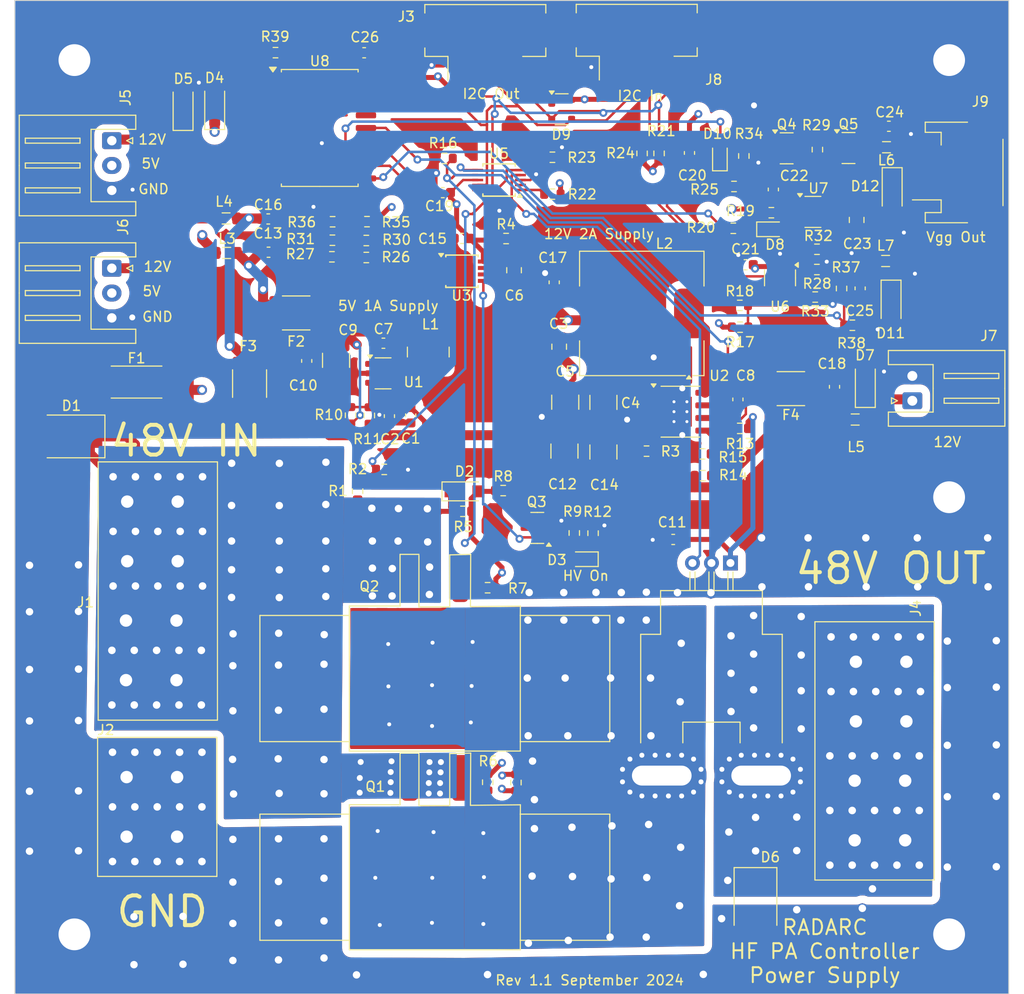
<source format=kicad_pcb>
(kicad_pcb (version 20240108) (generator "pcbnew") (generator_version "8.0")
  (layers (0 "F.Cu" signal) (1 "In1.Cu" signal) (2 "In2.Cu" signal) (31 "B.Cu" signal) (34 "B.Paste" user) (35 "F.Paste" user) (36 "B.SilkS" user "B.Silkscreen") (37 "F.SilkS" user "F.Silkscreen") (38 "B.Mask" user) (39 "F.Mask" user) (44 "Edge.Cuts" user))
  (net 0 "")
  (net 1 "Net-(U2-EN)")
  (net 2 "Net-(U2-BOOT)")
  (net 3 "+3.3V")
  (net 4 "GND")
  (net 5 "Net-(Q1-D)")
  (net 6 "/PA_Current")
  (net 7 "/PA_Voltage")
  (net 8 "/Vgg_Voltage")
  (net 9 "Net-(U6-VOUT)")
  (net 10 "+12V")
  (net 11 "/Vgg_On")
  (net 12 "Net-(D1-A1)")
  (net 13 "Net-(D5-A1)")
  (net 14 "Net-(D6-A1)")
  (net 15 "Net-(D7-A1)")
  (net 16 "Net-(C10-Pad1)")
  (net 17 "Net-(U3A-Cext)")
  (net 18 "Net-(U1-SW)")
  (net 19 "Net-(U1-FB)")
  (net 20 "Net-(U1-CB)")
  (net 21 "Net-(U2-FB)")
  (net 22 "Net-(U3A-RCext)")
  (net 23 "Net-(U2-SW)")
  (net 24 "Net-(C13-Pad1)")
  (net 25 "Net-(C18-Pad1)")
  (net 26 "Net-(D3-A)")
  (net 27 "Net-(D4-A1)")
  (net 28 "Net-(D8-K)")
  (net 29 "Net-(U7-VOUT)")
  (net 30 "Net-(J3-Pin_4)")
  (net 31 "Net-(D11-A1)")
  (net 32 "Net-(D12-A1)")
  (net 33 "Net-(U2-RT{slash}SYNC)")
  (net 34 "Net-(J3-Pin_3)")
  (net 35 "Net-(C16-Pad1)")
  (net 36 "Net-(Q1-G)")
  (net 37 "Net-(Q4-D)")
  (net 38 "Net-(Q3-D)")
  (net 39 "/HV_On")
  (net 40 "Net-(D3-K)")
  (net 41 "Net-(Q5-D)")
  (net 42 "Net-(D2-A)")
  (net 43 "/Vgg Cntrl")
  (net 44 "Net-(U5-AIN3)")
  (net 45 "/12V_Good")
  (net 46 "Net-(U6-A0)")
  (net 47 "Net-(U5-ADDR)")
  (net 48 "Net-(U8-A0)")
  (net 49 "Net-(U7-ADJ)")
  (net 50 "Net-(U8-A1)")
  (net 51 "Net-(U8-A2)")
  (net 52 "Net-(U8-~{RESET})")
  (net 56 "Net-(Q2-G)")
  (net 57 "Net-(D10-K)")
  (net 59 "/HV_DOG")
  (footprint "Resistor_SMD:R_0603_1608Metric" (layer "F.Cu") (at 79.085 39.49)
    (property "Reference" "R22")
    (property "Value" "NF")
  )
  (footprint "Resistor_SMD:R_0603_1608Metric" (layer "F.Cu") (at 72.58 98.69 -90)
    (property "Reference" "R6")
    (property "Value" "82R")
  )
  (footprint "Inductor_SMD:L_0805_2012Metric" (layer "F.Cu") (at 112.61 46.22)
    (property "Reference" "L7")
    (property "Value" "1uH")
  )
  (footprint "Fuse:Fuse_1812_4532Metric" (layer "F.Cu") (at 48.62 58.56 90)
    (property "Reference" "F3")
    (property "Value" "1A")
  )
  (footprint "Capacitor_SMD:C_0603_1608Metric" (layer "F.Cu") (at 91.24 74.25 180)
    (property "Reference" "C11")
    (property "Value" "100n")
  )
  (footprint "Package_TO_SOT_SMD:SOT-23" (layer "F.Cu") (at 108.8775 34.85)
    (property "Reference" "Q5")
    (property "Value" "FDN340P")
  )
  (footprint "Capacitor_SMD:C_0603_1608Metric" (layer "F.Cu") (at 98.52 46.6 180)
    (property "Reference" "C21")
    (property "Value" "100n")
  )
  (footprint "Resistor_SMD:R_0603_1608Metric" (layer "F.Cu") (at 56.905 45.8 180)
    (property "Reference" "R27")
    (property "Value" "0R")
  )
  (footprint "Capacitor_SMD:C_0603_1608Metric" (layer "F.Cu") (at 107.47 58.885 90)
    (property "Reference" "C18")
    (property "Value" "100n")
  )
  (footprint "Capacitor_SMD:C_0805_2012Metric" (layer "F.Cu") (at 75.23 47.15 -90)
    (property "Reference" "C6")
    (property "Value" "100n")
  )
  (footprint "Connector_JST:JST_PH_S3B-PH-SM4-TB_1x03-1MP_P2.00mm_Horizontal" (layer "F.Cu") (at 119.91 37.31 90)
    (property "Reference" "J9")
    (property "Value" "JST-PH-3")
  )
  (footprint "Capacitor_SMD:C_1210_3225Metric" (layer "F.Cu") (at 84.22 65.45 90)
    (property "Reference" "C14")
    (property "Value" "22u")
  )
  (footprint "Resistor_SMD:R_0603_1608Metric" (layer "F.Cu") (at 75.42 98.72 -90)
    (property "Reference" "TH1" (hide yes))
    (property "Value" "10k")
  )
  (footprint "Resistor_SMD:R_0603_1608Metric" (layer "F.Cu") (at 105.5275 49.85 180)
    (property "Reference" "R33")
    (property "Value" "1k8")
  )
  (footprint "Connector_JST:JST_XH_S3B-XH-A_1x03_P2.50mm_Horizontal" (layer "F.Cu") (at 34.76 46.95 -90)
    (property "Reference" "J6")
    (property "Value" "JST-XH-3")
  )
  (footprint "Package_TO_SOT_SMD:SOT-23-5" (layer "F.Cu") (at 105.2975 41.28)
    (property "Reference" "U7")
    (property "Value" "AP2204K-ADJ")
  )
  (footprint "Fuse:Fuse_Schurter_UMZ250" (layer "F.Cu") (at 37.25 58.41)
    (property "Reference" "F1")
    (property "Value" "1A")
  )
  (footprint "Inductor_SMD:L_Wuerth_MAPI-4030" (layer "F.Cu") (at 66.6 55.385 90)
    (property "Reference" "L1")
    (property "Value" "15uH")
  )
  (footprint "PA_Control:lmr38012" (layer "F.Cu") (at 91.97 61.39)
    (property "Reference" "U2")
    (property "Value" "LMR38020")
  )
  (footprint "Capacitor_SMD:C_0603_1608Metric" (layer "F.Cu") (at 112.94 32.66)
    (property "Reference" "C24")
    (property "Value" "100n")
  )
  (footprint "Resistor_SMD:R_0603_1608Metric" (layer "F.Cu") (at 88.11 35.39 90)
    (property "Reference" "R24")
    (property "Value" "4k7")
  )
  (footprint "Resistor_SMD:R_0603_1608Metric" (layer "F.Cu") (at 109.265 52.69)
    (property "Reference" "R38")
    (property "Value" "10k")
  )
  (footprint "Inductor_SMD:L_0805_2012Metric" (layer "F.Cu") (at 112.7 34.77)
    (property "Reference" "L6")
    (property "Value" "1uH")
  )
  (footprint "Resistor_SMD:R_0603_1608Metric" (layer "F.Cu") (at 88.56 65.36)
    (property "Reference" "R3")
    (property "Value" "64k9")
  )
  (footprint "Inductor_SMD:L_0805_2012Metric" (layer "F.Cu") (at 46.26 41.94 180)
    (property "Reference" "L4")
    (property "Value" "1uH")
  )
  (footprint "Capacitor_SMD:C_1210_3225Metric" (layer "F.Cu") (at 80.38 60.435 -90)
    (property "Reference" "C5")
    (property "Value" "2.2u")
  )
  (footprint "PA_Control:TO263_Heatsink_301" (layer "F.Cu") (at 67.26 88.25 180)
    (property "Reference" "Q2")
    (property "Value" "SQM120P10-19L")
  )
  (footprint "Diode_SMD:D_SMB" (layer "F.Cu") (at 99.52 110.94 -90)
    (property "Reference" "D6")
    (property "Value" "SM6T75A" (hide yes))
  )
  (footprint "Resistor_SMD:R_0603_1608Metric" (layer "F.Cu") (at 72.57 79.11 180)
    (property "Reference" "R7")
    (property "Value" "82R")
  )
  (footprint "Resistor_SMD:R_0603_1608Metric" (layer "F.Cu") (at 81.29 73.6 90)
    (property "Reference" "R12")
    (property "Value" "10k")
  )
  (footprint "Capacitor_SMD:C_0603_1608Metric" (layer "F.Cu") (at 50.53 45.34)
    (property "Reference" "C13")
    (property "Value" "100n")
  )
  (footprint "Capacitor_SMD:C_0603_1608Metric" (layer "F.Cu") (at 79.27 48.37 90)
    (property "Reference" "C17")
    (property "Value" "100n")
  )
  (footprint "Connector_JST:JST_XH_S2B-XH-A_1x02_P2.50mm_Horizontal" (layer "F.Cu") (at 115.3 60.29 90)
    (property "Reference" "J7")
    (property "Value" "JST-XH-2")
  )
  (footprint "Resistor_SMD:R_0603_1608Metric" (layer "F.Cu") (at 56.955 44.13 180)
    (property "Reference" "R31")
    (property "Value" "NF")
  )
  (footprint "Resistor_SMD:R_0603_1608Metric" (layer "F.Cu") (at 105.7475 35.01 90)
    (property "Reference" "R29")
    (property "Value" "10k")
  )
  (footprint "Package_SO:TSSOP-10_3x3mm_P0.5mm" (layer "F.Cu") (at 73.72 38.07 180)
    (property "Reference" "U5")
    (property "Value" "ADS1015IDGS")
  )
  (footprint "PA_Control:TO263_Heatsink_301" (layer "F.Cu") (at 67.26 108.25 180)
    (property "Reference" "Q1")
    (property "Value" "SQM120P10-19L")
  )
  (footprint "Resistor_SMD:R_0603_1608Metric" (layer "F.Cu") (at 94.22 67.83)
    (property "Reference" "R14")
    (property "Value" "110k")
  )
  (footprint "Resistor_SMD:R_0603_1608Metric" (layer "F.Cu") (at 83.18 73.62 90)
    (property "Reference" "R9")
    (property "Value" "1k")
  )
  (footprint "PA_Control:Fat_Power 4" (layer "F.Cu") (at 105.5 108.5338)
    (property "Reference" "J4")
    (property "Value" "60A 4 Pin")
  )
  (footprint "Resistor_SMD:R_0603_1608Metric" (layer "F.Cu") (at 108.18 48.99 -90)
    (property "Reference" "R37")
    (property "Value" "10k")
  )
  (footprint "Inductor_SMD:L_0805_2012Metric" (layer "F.Cu") (at 46.32 45.41 180)
    (property "Reference" "L3")
    (property "Value" "1uH")
  )
  (footprint "Capacitor_SMD:C_0603_1608Metric" (layer "F.Cu") (at 62.085 54.5)
    (property "Reference" "C7")
    (property "Value" "100nf")
  )
  (footprint "Connector_JST:JST_XH_S3B-XH-A_1x03_P2.50mm_Horizontal" (layer "F.Cu") (at 34.76 34.11 -90)
    (property "Reference" "J5")
    (property "Value" "JST-XH-3")
  )
  (footprint "Capacitor_SMD:C_1210_3225Metric" (layer "F.Cu") (at 84.22 60.455 -90)
    (property "Reference" "C4")
    (property "Value" "2.2u")
  )
  (footprint "Resistor_SMD:R_0603_1608Metric" (layer "F.Cu") (at 70.09 71.42)
    (property "Reference" "R5")
    (property "Value" "10K")
  )
  (footprint "Resistor_SMD:R_0603_1608Metric" (layer "F.Cu") (at 97.36 38.72)
    (property "Reference" "R25")
    (property "Value" "1k")
  )
  (footprint "Capacitor_SMD:C_0805_2012Metric" (layer "F.Cu") (at 79.77 54.85 90)
    (property "Reference" "C3")
    (property "Value" "100n")
  )
  (footprint "Capacitor_SMD:C_0603_1608Metric" (layer "F.Cu") (at 62.69 61.835 -90)
    (property "Reference" "C2")
    (property "Value" "2.2u")
  )
  (footprint "Capacitor_SMD:C_0603_1608Metric" (layer "F.Cu") (at 92.8775 35.345 -90)
    (property "Reference" "C20")
    (property "Value" "100n")
  )
  (footprint "Resistor_SMD:R_0603_1608Metric" (layer "F.Cu") (at 56.975 42.27 180)
    (property "Reference" "R36")
    (property "Value" "NF")
  )
  (footprint "Resistor_SMD:R_0603_1608Metric" (layer "F.Cu") (at 60.435 42.26 180)
    (property "Reference" "R35")
    (property "Value" "10k")
  )
  (footprint "Capacitor_SMD:C_0603_1608Metric" (layer "F.Cu") (at 110.05 48.975 -90)
    (property "Reference" "C25")
    (property "Value" "100n")
  )
  (footprint "Capacitor_SMD:C_1210_3225Metric" (layer "F.Cu") (at 57.32 56.22 -90)
    (property "Reference" "C9")
    (property "Value" "22u")
  )
  (footprint "Package_TO_SOT_SMD:SOT-23" (layer "F.Cu") (at 102.655 34.88)
    (property "Reference" "Q4")
    (property "Value" "BSS123")
  )
  (footprint "MountingHole:MountingHole_3.2mm_M3_DIN965_Pad" (layer "F.Cu") (at 31 114 180)
    (property "Reference" "H2" (hide yes))
    (property "Value" "M3-PAD")
  )
  (footprint "Resistor_SMD:R_0603_1608Metric" (layer "F.Cu") (at 60.67 61.77 -90)
    (property "Reference" "R11")
    (property "Value" "22.1k")
  )
  (footprint "Resistor_SMD:R_0603_1608Metric" (layer "F.Cu") (at 97.94 63.07)
    (property "Reference" "R13")
    (property "Value" "100k")
  )
  (footprint "Resistor_SMD:R_0603_1608Metric" (layer "F.Cu") (at 74.135 69.33)
    (property "Reference" "R8")
    (property "Value" "4k7")
  )
  (footprint "Diode_SMD:D_SOD-123F" (layer "F.Cu") (at 113.16 50.36 -90)
    (property "Reference" "D11")
    (property "Value" "SMF4L5.0A")
  )
  (footprint "Resistor_SMD:R_0603_1608Metric" (layer "F.Cu") (at 60.365 45.87 180)
    (property "Reference" "R26")
    (property "Value" "10k")
  )
  (footprint "PA_Control:Fat_Power 4" (layer "F.Cu") (at 45.39 66.44 180)
    (property "Reference" "J1")
    (property "Value" "60A 4 pin")
  )
  (footprint "Diode_SMD:D_SOD-123F" (layer "F.Cu") (at 113.27 39.04 -90)
    (property "Reference" "D12")
    (property "Value" "SMF4L12A")
  )
  (footprint "Resistor_SMD:R_0603_1608Metric" (layer "F.Cu") (at 97.94 50.69)
    (property "Reference" "R18")
    (property "Value" "0R")
  )
  (footprint "Resistor_SMD:R_0603_1608Metric" (layer "F.Cu") (at 59.49 69.3925 90)
    (property "Reference" "R1")
    (property "Value" "270k")
  )
  (footprint "LED_SMD:LED_0603_1608Metric" (layer "F.Cu") (at 95.9375 35.66 90)
    (property "Reference" "D10")
    (property "Value" "Yellow")
  )
  (footprint "Diode_SMD:Nexperia_CFP3_SOD-123W" (layer "F.Cu") (at 70.2425 69.41)
    (property "Reference" "D2")
    (property "Value" "15v")
  )
  (footprint "Inductor_SMD:L_Coilcraft_MSS1210-XXX" (layer "F.Cu") (at 88.08 51.5 180)
    (property "Reference" "L2")
    (property "Value" "33uH")
  )
  (footprint "Capacitor_SMD:C_0603_1608Metric" (layer "F.Cu") (at 50.5 41.99)
    (property "Reference" "C16")
    (property "Value" "100n")
  )
  (footprint "Resistor_SMD:R_0603_1608Metric" (layer "F.Cu") (at 97.97 52.88)
    (property "Reference" "R17")
    (property "Value" "NF")
  )
  (footprint "Resistor_SMD:R_0603_1608Metric" (layer "F.Cu") (at 94.19 65.64 180)
    (property "Reference" "R15")
    (property "Value" "10k")
  )
  (footprint "Capacitor_SMD:C_0603_1608Metric" (layer "F.Cu") (at 69.99 43.95 180)
    (property "Reference" "C15")
    (property "Value" "100n")
  )
  (footprint "Inductor_SMD:L_0805_2012Metric" (layer "F.Cu") (at 109.55 62.18)
    (property "Reference" "L5")
    (property "Value" "1uH")
  )
  (footprint "Resistor_SMD:R_0603_1608Metric" (layer "F.Cu") (at 51.23 25.25 180)
    (property "Reference" "R39")
    (property "Value" "10k")
  )
  (footprint "Resistor_SMD:R_0603_1608Metric" (layer "F.Cu") (at 101.115 41.36 180)
    (property "Reference" "R19")
    (property "Value" "1k")
  )
  (footprint "PA_Control:Allegro_CB_PFF" (layer "F.Cu") (at 97 76.62 180)
    (property "Reference" "U4" (hide yes))
    (property "Value" "ACS770xCB-050B-PFF")
  )
  (footprint "Resistor_SMD:R_0603_1608Metric" (layer "F.Cu") (at 89.82 35.39 90)
    (property "Reference" "R21")
    (property "Value" "4k7")
  )
  (footprint "Package_TO_SOT_SMD:SOT-23-6" (layer "F.Cu") (at 101.9875 47.9175 -90)
    (property "Reference" "U6")
    (property "Value" "MCP4725A0T")
  )
  (footprint "Diode_SMD:D_SOD-123F" (layer "F.Cu") (at 110.57 58.75 90)
    (property "Reference" "D7")
    (property "Value" "SMF4L12A")
  )
  (footprint "Package_TO_SOT_SMD:SOT-23-6" (layer "F.Cu") (at 62.05 57.53)
    (property "Reference" "U1")
    (property "Value" "LMR50410")
  )
  (footprint "Resistor_SMD:R_0603_1608Metric" (layer "F.Cu") (at 98.3475 35.65 -90)
    (property "Reference" "R34")
    (property "Value" "10k")
  )
  (footprint "Resistor_SMD:R_0603_1608Metric" (layer "F.Cu") (at 60.365 44.16 180)
    (property "Reference" "R30")
    (property "Value" "10k")
  )
  (footprint "Diode_SMD:D_SOD-123F" (layer "F.Cu") (at 45.11 30.7775 90)
    (property "Reference" "D4")
    (property "Value" "SMF4L5.0A")
  )
  (footprint "Diode_SMD:D_SMB" (layer "F.Cu") (at 30.4075 63.88 180)
    (property "Reference" "D1")
    (property "Value" "SM6T75A")
  )
  (footprint "Resistor_SMD:R_0603_1608Metric" (layer "F.Cu") (at 58.78 61.75 90)
    (property "Reference" "R10")
    (property "Value" "88.7k")
  )
  (footprint "Capacitor_SMD:C_0805_2012Metric" (layer "F.Cu") (at 109.6975 42.09 -90)
    (property "Reference" "C23")
    (property "Value" "22u")
  )
  (footprint "Package_SO:TSSOP-8_3x3mm_P0.65mm" (layer "F.Cu") (at 69.99 47.25)
    (property "Reference" "U3")
    (property "Value" "74LVC1G123")
  )
  (footprint "Capacitor_SMD:C_0603_1608Metric" (layer "F.Cu") (at 54.37 56.28 -90)
    (property "Reference" "C10")
    (property "Value" "100n")
  )
  (footprint "Resistor_SMD:R_0603_1608Metric" (layer "F.Cu") (at 68.24 35.9 180)
    (property "Reference" "R16")
    (property "Value" "10k")
  )
  (footprint "Package_SO:SOIC-18W_7.5x11.6mm_P1.27mm" (layer "F.Cu") (at 55.68 32.83)
    (property "Reference" "U8")
    (property "Value" "MCP23008-xSO")
  )
  (footprint "Resistor_SMD:R_0603_1608Metric" (layer "F.Cu") (at 62.17 67.2)
    (property "Reference" "R2")
    (property "Value" "10k")
  )
  (footprint "Fuse:Fuse_1812_4532Metric" (layer "F.Cu") (at 53.31 51.45 180)
    (property "Reference" "F2")
    (property "Value" "1A")
  )
  (footprint "MountingHole:MountingHole_3.2mm_M3_DIN965_Pad" (layer "F.Cu") (at 119 26 180)
    (property "Reference" "H3" (hide yes))
    (property "Value" "M3-PAD")
  )
  (footprint "Capacitor_SMD:C_0603_1608Metric" (layer "F.Cu") (at 101.3175 39.02 -90)
    (property "Reference" "C22")
    (property "Value" "100n")
  )
  (footprint "Capacitor_SMD:C_0603_1608Metric" (layer "F.Cu") (at 60.15 25.26 180)
    (property "Reference" "C26")
    (property "Value" "100n")
  )
  (footprint "Connector_JST:JST_PH_B4B-PH-SM4-TB_1x04-1MP_P2.00mm_Vertical" (layer "F.Cu") (at 72.34 24.77)
    (property "Reference" "J3")
    (property "Value" "JST-PH-4")
  )
  (footprint "Resistor_SMD:R_0603_1608Metric" (layer "F.Cu") (at 105.6975 47.08)
    (property "Reference" "R28")
    (property "Value" "1k")
  )
  (footprint "Capacitor_SMD:C_0603_1608Metric" (layer "F.Cu") (at 68.06 39.34 180)
    (property "Reference" "C19")
    (property "Value" "100n")
  )
  (footprint "Resistor_SMD:R_0603_1608Metric" (layer "F.Cu") (at 97.2875 42.93)
    (property "Reference" "R20")
    (property "Value" "4k7")
  )
  (footprint "LED_SMD:LED_0603_1608Metric" (layer "F.Cu") (at 82.21 76.24 180)
    (property "Reference" "D3")
    (property "Value" "Red")
  )
  (footprint "Package_TO_SOT_SMD:SOT-23" (layer "F.Cu") (at 77.5675 73.09 180)
    (property "Reference" "Q3")
    (property "Value" "BSS123")
  )
  (footprint "Fuse:Fuse_1812_4532Metric" (layer "F.Cu") (at 103.08 59.07 180)
    (property "Reference" "F4")
    (property "Value" "1A")
  )
  (footprint "Connector_JST:JST_PH_B4B-PH-SM4-TB_1x04-1MP_P2.00mm_Vertical" (layer "F.Cu") (at 87.57 24.75)
    (property "Reference" "J8")
    (property "Value" "JST-PH-4")
  )
  (footprint "Capacitor_SMD:C_0603_1608Metric" (layer "F.Cu") (at 97.75 60.155 90)
    (property "Reference" "C8")
    (property "Value" "100nf")
  )
  (footprint "Resistor_SMD:R_0603_1608Metric" (layer "F.Cu") (at 105.7075 45.04)
    (property "Reference" "R32")
    (property "Value" "1k8")
  )
  (footprint "Diode_SMD:D_SOD-123F" (layer "F.Cu") (at 41.93 30.87 90)
    (property "Reference" "D5")
    (property "Value" "SMF4L12A")
  )
  (footprint "Resistor_SMD:R_0603_1608Metric" (layer "F.Cu") (at 74.43 43.96)
    (property "Reference" "R4")
    (property "Value" "10K")
  )
  (footprint "MountingHole:MountingHole_3.2mm_M3_DIN965_Pad" (layer "F.Cu") (at 119 70)
    (property "Reference" "H5" (hide yes))
    (property "Value" "M3-PAD")
  )
  (footprint "MountingHole:MountingHole_3.2mm_M3_DIN965_Pad" (layer "F.Cu") (at 31 26 180)
    (property "Reference" "H4" (hide yes))
    (property "Value" "M3-PAD")
  )
  (footprint "Resistor_SMD:R_0603_1608Metric" (layer "F.Cu") (at 79.09 35.78)
    (property "Reference" "R23")
    (property "Value" "0R")
  )
  (footprint "PA_Control:Fat_Power 2" (layer "F.Cu") (at 45.33 94.17 180)
    (property "Reference" "J2")
    (property "Value" "30A 2 Pin")
  )
  (footprint "Capacitor_SMD:C_0603_1608Metric" (layer "F.Cu") (at 64.83 61.75 -90)
    (property "Reference" "C1")
    (property "Value" "100n")
  )
  (footprint "LED_SMD:LED_0603_1608Metric" (layer "F.Cu") (at 101.1275 43.03)
    (property "Reference" "D8")
    (property "Value" "Blue")
  )
  (footprint "Capacitor_SMD:C_1210_3225Metric" (layer "F.Cu") (at 80.3 65.355 90)
    (property "Reference" "C12")
    (property "Value" "22u")
  )
  (footprint "MountingHole:MountingHole_3.2mm_M3_DIN965_Pad" (layer "F.Cu") (at 119 114 180)
    (property "Reference" "H1" (hide yes))
    (property "Value" "M3-PAD")
  )
  (footprint "Package_TO_SOT_SMD:SOT-143" (layer "F.Cu") (at 80.02 30.95)
    (property "Reference" "D9")
    (property "Value" "SP0503BAHT")
  )
  (gr_line (start 94.47 59.48) (end 97.74 59.4) (stroke (width 0.2)) (layer "F.Cu") (net 23))
  (gr_line (start 94.45 60.75) (end 97.72 60.91) (stroke (width 0.2)) (layer "F.Cu") (net 2))
  (gr_line (start 94.46 62.05) (end 97.11 63.06) (stroke (width 0.2)) (layer "F.Cu") (net 45))
  (gr_line (start 25 20) (end 125 20) (stroke (width 0.1)) (layer "Edge.Cuts"))
  (gr_line (start 125 120) (end 25 120) (stroke (width 0.1)) (layer "Edge.Cuts"))
  (gr_line (start 25 20) (end 25 120) (stroke (width 0.1)) (layer "Edge.Cuts"))
  (gr_line (start 125 20) (end 125 120) (stroke (width 0.1)) (layer "Edge.Cuts"))
  (gr_text "5V" (at 37.77 49.85 0) (layer "F.SilkS") (effects (font (size 1 1)) (justify left bottom)))
  (gr_text "RADARC\nHF PA Controller\nPower Supply" (at 106.5 119 0) (layer "F.SilkS") (effects (font (size 1.5 1.5) (thickness 0.2)) (justify bottom)))
  (gr_text "48V OUT" (at 103.31 78.93 0) (layer "F.SilkS") (effects (font (size 3 3) (thickness 0.4)) (justify left bottom)))
  (gr_text "12V" (at 117.345 65.03 0) (layer "F.SilkS") (effects (font (size 1 1)) (justify left bottom)))
  (gr_text "I2C In" (at 85.55 30.17 0) (layer "F.SilkS") (effects (font (size 1 1)) (justify left bottom)))
  (gr_text "5V" (at 37.66 37 0) (layer "F.SilkS") (effects (font (size 1 1)) (justify left bottom)))
  (gr_text "Vgg Out" (at 116.61 44.41 0) (layer "F.SilkS") (effects (font (size 1 1)) (justify left bottom)))
  (gr_text "GND" (at 37.73 52.42 0) (layer "F.SilkS") (effects (font (size 1 1)) (justify left bottom)))
  (gr_text "I2C Out" (at 69.96 29.98 0) (layer "F.SilkS") (effects (font (size 1 1)) (justify left bottom)))
  (gr_text "5V 1A Supply" (at 57.43 51.32 0) (layer "F.SilkS") (effects (font (size 1 1)) (justify left bottom)))
  (gr_text "12V" (at 37.35 34.57 0) (layer "F.SilkS") (effects (font (size 1 1)) (justify left bottom)))
  (gr_text "48V IN" (at 34.41 66.1 0) (layer "F.SilkS") (effects (font (size 3 3) (thickness 0.4)) (justify left bottom)))
  (gr_text "GND" (at 35 113.46 0) (layer "F.SilkS") (effects (font (size 3 3) (thickness 0.4)) (justify left bottom)))
  (gr_text "12V" (at 37.88 47.38 0) (layer "F.SilkS") (effects (font (size 1 1)) (justify left bottom)))
  (gr_text "12V 2A Supply" (at 78.15 44.09 0) (layer "F.SilkS") (effects (font (size 1 1)) (justify left bottom)))
  (gr_text "Rev 1.1 September 2024" (at 73.26 119.21 0) (layer "F.SilkS") (effects (font (size 1 1)) (justify left bottom)))
  (gr_text "HV On" (at 80.04 78.49 0) (layer "F.SilkS") (effects (font (size 1 1)) (justify left bottom)))
  (gr_text "GND" (at 37.34 39.57 0) (layer "F.SilkS") (effects (font (size 1 1)) (justify left bottom)))
  (segment (start 80.38 58.96) (end 81.245 58.095) (width 0.5) (layer "F.Cu") (net 1))
  (segment (start 89.495 60.755) (end 87.775 60.755) (width 0.5) (layer "F.Cu") (net 1))
  (segment (start 87.775 60.755) (end 86 58.98) (width 0.5) (layer "F.Cu") (net 1))
  (segment (start 79.17 56.14) (end 80.295 56.14) (width 1) (layer "F.Cu") (net 1))
  (segment (start 80.4 58.98) (end 80.38 58.96) (width 0.5) (layer "F.Cu") (net 1))
  (segment (start 86 58.98) (end 84.22 58.98) (width 0.5) (layer "F.Cu") (net 1))
  (segment (start 41.2 59.2) (end 41.17 59.17) (width 1) (layer "F.Cu") (net 1))
  (segment (start 43.84 59.2) (end 41.2 59.2) (width 1) (layer "F.Cu") (net 1))
  (segment (start 89.495 62.025) (end 89.495 60.755) (width 0.5) (layer "F.Cu") (net 1))
  (segment (start 81.245 58.095) (end 81.245 57.09) (width 0.5) (layer "F.Cu") (net 1))
  (segment (start 84.22 58.98) (end 80.4 58.98) (width 0.5) (layer "F.Cu") (net 1))
  (segment (start 80.295 56.14) (end 81.245 57.09) (width 1) (layer "F.Cu") (net 1))
  (via (at 43.84 59.2) (size 1) (drill 0.6) (layers "F.Cu" "B.Cu") (net 1))
  (via (at 81.245 57.09) (size 1) (drill 0.6) (layers "F.Cu" "B.Cu") (net 1))
  (segment (start 95.75 74.25) (end 92.015 74.25) (width 0.5) (layer "F.Cu") (net 3))
  (segment (start 68.835 39.886209) (end 69.45062 40.501829) (width 0.5) (layer "F.Cu") (net 3))
  (segment (start 98.765 62.4225) (end 99.2575 61.93) (width 0.5) (layer "F.Cu") (net 3))
  (segment (start 81.07 29.95) (end 81.02 30) (width 0.5) (layer "F.Cu") (net 3))
  (segment (start 84.62 29.95) (end 86.57 28) (width 0.5) (layer "F.Cu") (net 3))
  (segment (start 68.97 29.03) (end 70.33 29.03) (width 0.5) (layer "F.Cu") (net 3))
  (segment (start 55.88 25.25) (end 58.39 27.76) (width 0.5) (layer "F.Cu") (net 3))
  (segment (start 71.57 38.07) (end 70.105 38.07) (width 0.25) (layer "F.Cu") (net 3))
  (segment (start 79.91 38.463984) (end 79.828009 38.381993) (width 0.5) (layer "F.Cu") (net 3))
  (segment (start 70.95 44.12) (end 73.445 44.12) (width 0.5) (layer "F.Cu") (net 3))
  (segment (start 89.19 36.845) (end 89.82 36.215) (width 0.5) (layer "F.Cu") (net 3))
  (segment (start 60.615 25.42) (end 60.615 27.465) (width 0.5) (layer "F.Cu") (net 3))
  (segment (start 67.57 27.63) (end 68.97 29.03) (width 0.5) (layer "F.Cu") (net 3))
  (segment (start 86.57 28) (end 86.57 25.25) (width 0.5) (layer "F.Cu") (net 3))
  (segment (start 61.19 44.16) (end 61.19 45.87) (width 0.25) (layer "F.Cu") (net 3))
  (segment (start 60.615 27.465) (end 60.33 27.75) (width 0.5) (layer "F.Cu") (net 3))
  (segment (start 52.055 25.25) (end 55.88 25.25) (width 0.5) (layer "F.Cu") (net 3))
  (segment (start 97.145 52.88) (end 96.241956 52.88) (width 0.5) (layer "F.Cu") (net 3))
  (segment (start 99.475 46.78) (end 99.475 46.9925) (width 0.5) (layer "F.Cu") (net 3))
  (segment (start 73.445 44.12) (end 73.605 43.96) (width 0.5) (layer "F.Cu") (net 3))
  (segment (start 62.92 40.79) (end 62.920001 40.790001) (width 0.25) (layer "F.Cu") (net 3))
  (segment (start 89.19 37.19) (end 89.19 36.845) (width 0.5) (layer "F.Cu") (net 3))
  (segment (start 82.33 29.95) (end 81.07 29.95) (width 0.5) (layer "F.Cu") (net 3))
  (segment (start 70.95 44.12) (end 69.45062 42.62062) (width 0.5) (layer "F.Cu") (net 3))
  (segment (start 61.26 44.09) (end 61.19 44.16) (width 0.25) (layer "F.Cu") (net 3))
  (segment (start 89.085 37.19) (end 88.11 36.215) (width 0.5) (layer "F.Cu") (net 3))
  (segment (start 82.33 29.95) (end 84.62 29.95) (width 0.5) (layer "F.Cu") (net 3))
  (segment (start 101.0375 46.78) (end 99.475 46.78) (width 0.5) (layer "F.Cu") (net 3))
  (segment (start 70.33 29.03) (end 71.34 28.02) (width 0.5) (layer "F.Cu") (net 3))
  (segment (start 62.729999 40.790001) (end 62.920001 40.790001) (width 0.5) (layer "F.Cu") (net 3))
  (segment (start 58.4 27.75) (end 60.33 27.75) (width 0.5) (layer "F.Cu") (net 3))
  (segment (start 61.26 42.26) (end 61.26 44.09) (width 0.25) (layer "F.Cu") (net 3))
  (segment (start 70.105 38.07) (end 68.835 39.34) (width 0.25) (layer "F.Cu") (net 3))
  (segment (start 92.8775 32.310211) (end 93.767716 31.419995) (width 0.5) (layer "F.Cu") (net 3))
  (segment (start 61.26 42.26) (end 61.26 42.04) (width 0.25) (layer "F.Cu") (net 3))
  (segment (start 60.33 27.75) (end 67.45 27.75) (width 0.5) (layer "F.Cu") (net 3))
  (segment (start 72.14 45.31) (end 70.95 44.12) (width 0.5) (layer "F.Cu") (net 3))
  (segment (start 58.39 27.76) (end 58.4 27.75) (width 0.5) (layer "F.Cu") (net 3))
  (segment (start 67.45 27.75) (end 67.57 27.63) (width 0.5) (layer "F.Cu") (net 3))
  (segment (start 96.241956 52.88) (end 95.836956 52.475) (width 0.5) (layer "F.Cu") (net 3))
  (segment (start 79.91 39.49) (end 79.91 38.463984) (width 0.5) (layer "F.Cu") (net 3))
  (segment (start 97 75.5) (end 95.75 74.25) (width 0.5) (layer "F.Cu") (net 3))
  (segment (start 99.475 46.78) (end 99.295 46.6) (width 0.5) (layer "F.Cu") (net 3))
  (segment (start 74.145 97.895) (end 74.03 98.01) (width 0.5) (layer "F.Cu") (net 3))
  (segment (start 89.19 37.19) (end 89.085 37.19) (width 0.5) (layer "F.Cu") (net 3))
  (segment (start 68.835 39.34) (end 68.835 39.886209) (width 0.5) (layer "F.Cu") (net 3))
  (segment (start 92.8775 34.57) (end 92.8775 32.310211) (width 0.5) (layer "F.Cu") (net 3))
  (segment (start 97 76.62) (end 97 75.5) (width 0.5) (layer "F.Cu") (net 3))
  (segment (start 69.45062 42.62062) (end 69.45062 40.501829) (width 0.5) (layer "F.Cu") (net 3))
  (segment (start 71.34 28.02) (end 71.34 25.27) (width 0.5) (layer "F.Cu") (net 3))
  (segment (start 75.42 97.895) (end 74.145 97.895) (width 0.5) (layer "F.Cu") (net 3))
  (segment (start 72.14 46.275) (end 72.14 45.31) (width 0.5) (layer "F.Cu") (net 3))
  (segment (start 98.765 63.07) (end 98.765 62.4225) (width 0.5) (layer "F.Cu") (net 3))
  (segment (start 61.26 42.26) (end 62.729999 40.790001) (width 0.5) (layer "F.Cu") (net 3))
  (via (at 89.19 37.19) (size 0.8) (drill 0.4) (layers "F.Cu" "B.Cu") (net 3))
  (via (at 62.92 40.79) (size 0.8) (drill 0.4) (layers "F.Cu" "B.Cu") (net 3))
  (via (at 99.2575 61.93) (size 0.8) (drill 0.4) (layers "F.Cu" "B.Cu") (net 3))
  (via (at 93.767716 31.419995) (size 0.8) (drill 0.4) (layers "F.Cu" "B.Cu") (net 3))
  (via (at 95.836956 52.475) (size 0.8) (drill 0.4) (layers "F.Cu" "B.Cu") (net 3))
  (via (at 82.33 29.95) (size 0.8) (drill 0.4) (layers "F.Cu" "B.Cu") (net 3))
  (via (at 67.57 27.63) (size 0.8) (drill 0.4) (layers "F.Cu" "B.Cu") (net 3))
  (via (at 79.828009 38.381993) (size 0.8) (drill 0.4) (layers "F.Cu" "B.Cu") (net 3))
  (via (at 74.03 98.01) (size 0.8) (drill 0.4) (layers "F.Cu" "B.Cu") (net 3))
  (via (at 69.45062 40.501829) (size 0.8) (drill 0.4) (layers "F.Cu" "B.Cu") (net 3))
  (via (at 99.475 46.9925) (size 0.8) (drill 0.4) (layers "F.Cu" "B.Cu") (net 3))
  (segment (start 97 75.37) (end 99.2575 73.1125) (width 0.5) (layer "B.Cu") (net 3))
  (segment (start 99.2575 73.1125) (end 99.2575 61.93) (width 0.5) (layer "B.Cu") (net 3))
  (segment (start 97 76.62) (end 97 75.37) (width 0.5) (layer "B.Cu") (net 3))
  (segment (start 109.81 58.11) (end 110.57 57.35) (width 1) (layer "F.Cu") (net 4))
  (segment (start 45.0175 29.47) (end 45.11 29.3775) (width 0.25) (layer "F.Cu") (net 4))
  (segment (start 84.57 27.475908) (end 84.57 25.25) (width 0.25) (layer "F.Cu") (net 4))
  (segment (start 114.41 32.66) (end 115.16 33.41) (width 0.5) (layer "F.Cu") (net 4))
  (segment (start 80.38 61.91) (end 78.02 61.91) (width 1) (layer "F.Cu") (net 4))
  (segment (start 110.57 57.35) (end 112.45 57.35) (width 1) (layer "F.Cu") (net 4))
  (segment (start 86.345 61.93) (end 86.605 62.19) (width 1) (layer "F.Cu") (net 4))
  (segment (start 102.286592 39.795) (end 103.771592 41.28) (width 0.25) (layer "F.Cu") (net 4))
  (segment (start 67.285 37.475) (end 67.39 37.37) (width 0.5) (layer "F.Cu") (net 4))
  (segment (start 64.83 62.525) (end 62.775 62.525) (width 0.5) (layer "F.Cu") (net 4))
  (segment (start 101.9875 46.78) (end 101.9875 45.4925) (width 0.5) (layer "F.Cu") (net 4))
  (segment (start 79.915 34.907931) (end 80.047931 34.775) (width 0.25) (layer "F.Cu") (net 4))
  (segment (start 62.775 62.525) (end 62.69 62.61) (width 0.5) (layer "F.Cu") (net 4))
  (segment (start 107.9375 41.28) (end 109.6975 43.04) (width 0.25) (layer "F.Cu") (net 4))
  (segment (start 101.3175 39.795) (end 102.286592 39.795) (width 0.25) (layer "F.Cu") (net 4))
  (segment (start 62.69 62.61) (end 60.685 62.61) (width 0.5) (layer "F.Cu") (net 4))
  (segment (start 56.15 41.97) (end 55.05 40.87) (width 0.5) (layer "F.Cu") (net 4))
  (segment (start 97.745 46.6) (end 97.745 45.665) (width 0.5) (layer "F.Cu") (net 4))
  (segment (start 115.16 33.41) (end 115.16 33.44) (width 0.5) (layer "F.Cu") (net 4))
  (segment (start 79.915 35.78) (end 79.915 34.907931) (width 0.25) (layer "F.Cu") (net 4))
  (segment (start 67.415 37.345) (end 67.39 37.37) (width 0.5) (layer "F.Cu") (net 4))
  (segment (start 112.45 57.35) (end 114.86 57.35) (width 1) (layer "F.Cu") (net 4))
  (segment (start 78.508374 47.595) (end 78.352233 47.438859) (width 1) (layer "F.Cu") (net 4))
  (segment (start 115.19 33.44) (end 117.06 35.31) (width 0.5) (layer "F.Cu") (net 4))
  (segment (start 60.685 62.61) (end 60.67 62.595) (width 0.5) (layer "F.Cu") (net 4))
  (segment (start 93.365 65.64) (end 89.665 65.64) (width 0.25) (layer "F.Cu") (net 4))
  (segment (start 115.16 33.44) (end 115.19 33.44) (width 0.5) (layer "F.Cu") (net 4))
  (segment (start 111.8125 53.1075) (end 111.8125 53.107546) (width 0.5) (layer "F.Cu") (net 4))
  (segment (start 97.745 45.665) (end 97.79 45.62) (width 0.5) (layer "F.Cu") (net 4))
  (segment (start 60.785 62.595) (end 61.68 61.7) (width 0.5) (layer "F.Cu") (net 4))
  (segment (start 60.9125 57.53) (end 57.485 57.53) (width 0.5) (layer "F.Cu") (net 4))
  (segment (start 113.16 51.76) (end 111.8125 53.1075) (width 0.5) (layer "F.Cu") (net 4))
  (segment (start 67.285 39.34) (end 67.285 37.475) (width 0.5) (layer "F.Cu") (net 4))
  (segment (start 113.715 32.66) (end 114.41 32.66) (width 0.5) (layer "F.Cu") (net 4))
  (segment (start 110.09 52.69) (end 111.394954 52.69) (width 0.5) (layer "F.Cu") (net 4))
  (segment (start 54.37 57.055) (end 56.68 57.055) (width 1) (layer "F.Cu") (net 4))
  (segment (start 106.5225 47.08) (end 106.5225 46.4553) (width 0.5) (layer "F.Cu") (net 4))
  (segment (start 106.5225 46.4553) (end 106.687142 46.290658) (width 0.5) (layer "F.Cu") (net 4))
  (segment (start 56.68 57.055) (end 57.32 57.695) (width 1) (layer "F.Cu") (net 4))
  (segment (start 60.67 62.595) (end 60.785 62.595) (width 0.5) (layer "F.Cu") (net 4))
  (segment (start 55.05 40.87) (end 55.05 40.77) (width 0.5) (layer "F.Cu") (net 4))
  (segment (start 83.11 26.71) (end 84.57 25.25) (width 0.5) (layer "F.Cu") (net 4))
  (segment (start 103.771592 41.28) (end 104.16 41.28) (width 0.25) (layer "F.Cu") (net 4))
  (segment (start 83 26.71) (end 83.11 26.71) (width 0.5) (layer "F.Cu") (net 4))
  (segment (start 57.485 57.53) (end 57.32 57.695) (width 0.5) (layer "F.Cu") (net 4))
  (segment (start 51.875 40.47) (end 51.895 40.49) (width 0.25) (layer "F.Cu") (net 4))
  (segment (start 114.86 57.35) (end 115.3 57.79) (width 1) (layer "F.Cu") (net 4))
  (segment (start 66.93 26.5) (end 68.11 26.5) (width 0.5) (layer "F.Cu") (net 4))
  (segment (start 104.16 41.28) (end 107.9375 41.28) (width 0.25) (layer "F.Cu") (net 4))
  (segment (start 107.47 58.11) (end 109.81 58.11) (width 1) (layer "F.Cu") (net 4))
  (segment (start 84.22 61.93) (end 86.345 61.93) (width 1) (layer "F.Cu") (net 4))
  (segment (start 79.27 47.595) (end 78.508374 47.595) (width 1) (layer "F.Cu") (net 4))
  (segment (start 56.15 42.27) (end 56.15 41.97) (width 0.5) (layer "F.Cu") (net 4))
  (segment (start 76.868008 38.07) (end 77.448008 37.49) (width 0.25) (layer "F.Cu") (net 4))
  (segment (start 89.665 65.64) (end 89.385 65.36) (width 0.25) (layer "F.Cu") (net 4))
  (segment (start 67.415 35.9) (end 67.415 37.345) (width 0.5) (layer "F.Cu") (net 4))
  (segment (start 68.11 26.5) (end 69.34 25.27) (width 0.5) (layer "F.Cu") (net 4))
  (segment (start 75.87 38.07) (end 76.868008 38.07) (width 0.25) (layer "F.Cu") (net 4))
  (segment (start 111.394954 52.69) (end 111.8125 53.107546) (width 0.5) (layer "F.Cu") (net 4))
  (via (at 97.79 45.62) (size 0.8) (drill 0.4) (layers "F.Cu" "B.Cu") (net 4))
  (via (at 72.56 118.05) (size 1) (drill 0.75) (layers "F.Cu" "B.Cu") (net 4))
  (via (at 92.155 63.74) (size 1) (drill 0.6) (layers "F.Cu" "B.Cu") (net 4))
  (via (at 103.67 111.52) (size 1) (drill 0.75) (layers "F.Cu" "B.Cu") (net 4))
  (via (at 46.94 116.63) (size 1) (drill 0.75) (layers "F.Cu" "B.Cu") (net 4))
  (via (at 92.155 59.04) (size 1) (drill 0.6) (layers "F.Cu" "B.Cu") (net 4))
  (via (at 118.82 84.48) (size 1) (drill 0.75) (layers "F.Cu" "B.Cu") (net 4))
  (via (at 114.45 43.36) (size 0.8) (drill 0.4) (layers "F.Cu" "B.Cu") (net 4))
  (via (at 107.29 50.55) (size 0.8) (drill 0.4) (layers "F.Cu" "B.Cu") (net 4))
  (via (at 110.27 111.38) (size 1) (drill 0.75) (layers "F.Cu" "B.Cu") (net 4))
  (via (at 123.75 100.11) (size 1) (drill 0.75) (layers "F.Cu" "B.Cu") (net 4))
  (via (at 100.17 79.02) (size 1) (drill 0.75) (layers "F.Cu" "B.Cu") (net 4))
  (via (at 95.04 79.61) (size 1) (drill 0.75) (layers "F.Cu" "B.Cu") (net 4))
  (via (at 26.48 76.85) (size 1) (drill 0.75) (layers "F.Cu" "B.Cu") (net 4))
  (via (at 118.82 100.15) (size 1) (drill 0.75) (layers "F.Cu" "B.Cu") (net 4))
  (via (at 122.92 79.02) (size 1) (drill 0.75) (layers "F.Cu" "B.Cu") (net 4))
  (via (at 91.67 79.6) (size 1) (drill 0.75) (layers "F.Cu" "B.Cu") (net 4))
  (via (at 115.56 47.5) (size 0.8) (drill 0.4) (layers "F.Cu" "B.Cu") (net 4))
  (via (at 118.82 89.16) (size 1) (drill 0.75) (layers "F.Cu" "B.Cu") (net 4))
  (via (at 51.53 108.68) (size 1) (drill 0.75) (layers "F.Cu" "B.Cu") (net 4))
  (via (at 115.84 79.02) (size 1) (drill 0.75) (layers "F.Cu" "B.Cu") (net 4))
  (via (at 80.047931 34.775) (size 0.8) (drill 0.4) (layers "F.Cu" "B.Cu") (net 4))
  (via (at 89.28 55.92) (size 1) (drill 0.6) (layers "F.Cu" "B.Cu") (net 4))
  (via (at 112.45 57.35) (size 0.8) (drill 0.4) (layers "F.Cu" "B.Cu") (net 4))
  (via (at 123.75 94.93) (size 1) (drill 0.75) (layers "F.Cu" "B.Cu") (net 4))
  (via (at 56.11 104.38) (size 1) (drill 0.75) (layers "F.Cu" "B.Cu") (net 4))
  (via (at 46.94 112.9) (size 1) (drill 0.75) (layers "F.Cu" "B.Cu") (net 4))
  (via (at 111.8125 53.107546) (size 0.8) (drill 0.4) (layers "F.Cu" "B.Cu") (net 4))
  (via (at 56.11 116.38) (size 1) (drill 0.75) (layers "F.Cu" "B.Cu") (net 4))
  (via (at 118.82 94.97) (size 1) (drill 0.75) (layers "F.Cu" "B.Cu") (net 4))
  (via (at 41.92 117.01) (size 1) (drill 0.75) (layers "F.Cu" "B.Cu") (net 4))
  (via (at 56.11 108.35) (size 1) (drill 0.75) (layers "F.Cu" "B.Cu") (net 4))
  (via (at 104.85 79.02) (size 1) (drill 0.75) (layers "F.Cu" "B.Cu") (net 4))
  (via (at 99.37 30.56) (size 1) (drill 0.6) (layers "F.Cu" "B.Cu") (net 4))
  (via (at 80.23 79.6) (size 1) (drill 0.75) (layers "F.Cu" "B.Cu") (net 4))
  (via (at 99.81 36.32) (size 0.8) (drill 0.4) (layers "F.Cu" "B.Cu") (net 4))
  (via (at 51.53 104.38) (size 1) (drill 0.75) (layers "F.Cu" "B.Cu") (net 4))
  (via (at 106.687142 46.290658) (size 0.8) (drill 0.4) (layers "F.Cu" "B.Cu") (net 4))
  (via (at 104.81 74.09) (size 1) (drill 0.75) (layers "F.Cu" "B.Cu") (net 4))
  (via (at 89.18 74.29) (size 0.8) (drill 0.4) (layers "F.Cu" "B.Cu") (net 4))
  (via (at 123.75 89.12) (size 1) (drill 0.75) (layers "F.Cu" "B.Cu") (net 4))
  (via (at 115.8 74.09) (size 1) (drill 0.75) (layers "F.Cu" "B.Cu") (net 4))
  (via (at 78.02 61.91) (size 1) (drill 0.6) (layers "F.Cu" "B.Cu") (net 4))
  (via (at 123.75 107.19) (size 1) (drill 0.75) (layers "F.Cu" "B.Cu") (net 4))
  (via (at 122.88 74.09) (size 1) (drill 0.75) (layers "F.Cu" "B.Cu") (net 4))
  (via (at 66.93 26.5) (size 0.8) (drill 0.4) (layers "F.Cu" "B.Cu") (net 4))
  (via (at 31.41 87.3) (size 1) (drill 0.75) (layers "F.Cu" "B.Cu") (net 4))
  (via (at 110.66 79.02) (size 1) (drill 0.75) (layers "F.Cu" "B.Cu") (net 4))
  (via (at 79.99 72.36) (size 0.8) (drill 0.4) (layers "F.Cu" "B.Cu") (net 4))
  (via (at 83.47 79.58) (size 1) (drill 0.75) (layers "F.Cu" "B.Cu") (net 4))
  (via (at 123.75 84.44) (size 1) (drill 0.75) (layers "F.Cu" "B.Cu") (net 4))
  (via (at 26.48 99.6) (size 1) (drill 0.75) (layers "F.Cu" "B.Cu") (net 4))
  (via (at 86.605 62.19) (size 1) (drill 0.6) (layers "F.Cu" "B.Cu") (net 4))
  (via (at 115.16 33.44) (size 0.8) (drill 0.4) (layers "F.Cu" "B.Cu") (net 4))
  (via (at 31.41 99.56) (size 1) (drill 0.75) (layers "F.Cu" "B.Cu") (net 4))
  (via (at 64.56 67.23) (size 0.8) (drill 0.4) (layers "F.Cu" "B.Cu") (net 4))
  (via (at 73.75 41.16) (size 0.8) (drill 0.4) (layers "F.Cu" "B.Cu") (net 4))
  (via (at 76.75 79.59) (size 1) (drill 0.75) (layers "F.Cu" "B.Cu") (net 4))
  (via (at 59.38 118.08) (size 1) (drill 0.75) (layers "F.Cu" "B.Cu") (net 4))
  (via (at 31.41 81.49) (size 1) (drill 0.75) (layers "F.Cu" "B.Cu") (net 4))
  (via (at 31.41 92.48) (size 1) (drill 0.75) (layers "F.Cu" "B.Cu") (net 4))
  (via (at 61.68 61.7) (size 0.8) (drill 0.4) (layers "F.Cu" "B.Cu") (net 4))
  (via (at 31.41 76.81) (size 1) (drill 0.75) (layers "F.Cu" "B.Cu") (net 4))
  (via (at 36.99 112.23) (size 1) (drill 0.75) (layers "F.Cu" "B.Cu") (net 4))
  (via (at 56.11 112.65) (size 1) (drill 0.75) (layers "F.Cu" "B.Cu") (net 4))
  (via (at 55.89 34.36) (size 0.8) (drill 0.4) (layers "F.Cu" "B.Cu") (net 4))
  (via (at 55.05 40.77) (size 0.8) (drill 0.4) (layers "F.Cu" "B.Cu") (net 4))
  (via (at 51.53 116.57) (size 1) (drill 0.75) (layers "F.Cu" "B.Cu") (net 4))
  (via (at 86.02 79.59) (size 1) (drill 0.75) (layers "F.Cu" "B.Cu") (net 4))
  (via (at 26.48 87.34) (size 1) (drill 0.75) (layers "F.Cu" "B.Cu") (net 4))
  (via (at 100.13 74.09) (size 1) (drill 0.75) (layers "F.Cu" "B.Cu") (net 4))
  (via (at 101.9875 45.4925) (size 0.8) (drill 0.4) (layers "F.Cu" "B.Cu") (net 4))
  (via (at 83 26.71) (size 0.8) (drill 0.4) (layers "F.Cu" "B.Cu") (net 4))
  (via (at 118.82 107.23) (size 1) (drill 0.75) (layers "F.Cu" "B.Cu") (net 4))
  (via (at 78.352233 47.438859) (size 1) (drill 0.6) (layers "F.Cu" "B.Cu") (net 4))
  (via (at 26.48 81.53) (size 1) (drill 0.75) (layers "F.Cu" "B.Cu") (net 4))
  (via (at 109.19 45.43) (size 0.8) (drill 0.4) (layers "F.Cu" "B.Cu") (net 4))
  (via (at 46.94 104.44) (size 1) (drill 0.75) (layers "F.Cu" "B.Cu") (net 4))
  (via (at 110.62 74.09) (size 1) (drill 0.75) (layers "F.Cu" "B.Cu") (net 4))
  (via (at 94.27 118.03) (size 1) (drill 0.75) (layers "F.Cu" "B.Cu") (net 4))
  (via (at 36.82 51.9) (size 1) (drill 0.6) (layers "F.Cu" "B.Cu") (net 4))
  (via (at 41.92 112.19) (size 1) (drill 0.75) (layers "F.Cu" "B.Cu") (net 4))
  (via (at 36.85 39.04) (size 0.8) (drill 0.4) (layers "F.Cu" "B.Cu") (net 4))
  (via (at 46.94 108.74) (size 1) (drill 0.75) (layers "F.Cu" "B.Cu") (net 4))
  (via (at 51.53 112.84) (size 1) (drill 0.75) (layers "F.Cu" "B.Cu") (net 4))
  (via (at 26.48 105.63) (size 1) (drill 0.75) (layers "F.Cu" "B.Cu") (net 4))
  (via (at 88.54 79.56) (size 1) (drill 0.75) (layers "F.Cu" "B.Cu") (net 4))
  (via (at 77.448008 37.49) (size 0.8) (drill 0.4) (layers "F.Cu" "B.Cu") (net 4))
  (via (at 36.99 117.05) (size 1) (drill 0.75) (layers "F.Cu" "B.Cu") (net 4))
  (via (at 84.32 72.84) (size 0.8) (drill 0.4) (layers "F.Cu" "B.Cu") (net 4))
  (via (at 96.11 112.42) (size 1) (drill 0.75) (layers "F.Cu" "B.Cu") (net 4))
  (via (at 26.48 92.52) (size 1) (drill 0.75) (layers "F.Cu" "B.Cu") (net 4))
  (via (at 31.41 105.59) (size 1) (drill 0.75) (layers "F.Cu" "B.Cu") (net 4))
  (via (at 43.52 28.27) (size 0.8) (drill 0.4) (layers "F.Cu" "B.Cu") (net 4))
  (via (at 67.39 37.37) (size 0.8) (drill 0.4) (layers "F.Cu" "B.Cu") (net 4))
  (via (at 84.89 114.28) (size 1) (drill 0.75) (layers "F.Cu" "B.Cu") (net 5))
  (via (at 92.05 84.7) (size 1) (drill 0.75) (layers "F.Cu" "B.Cu") (net 5))
  (via (at 76.62 82.37) (size 1) (drill 0.75) (layers "F.Cu" "B.Cu") (net 5))
  (via (at 76.56 88.2) (size 1) (drill 0.75) (layers "F.Cu" "B.Cu") (net 5))
  (via (at 67.03 84.64) (size 0.8) (drill 0.4) (layers "F.Cu" "B.Cu") (net 5))
  (via (at 67 108.31) (size 0.8) (drill 0.4) (layers "F.Cu" "B.Cu") (net 5))
  (via (at 61.27 108.31) (size 0.8) (drill 0.4) (layers "F.Cu" "B.Cu") (net 5))
  (via (at 84.94 88.2) (size 1) (drill 0.75) (layers "F.Cu" "B.Cu") (net 5))
  (via (at 85.08 103.08) (size 1) (drill 0.75) (layers "F.Cu" "B.Cu") (net 5))
  (via (at 72.2 108.24) (size 0.8) (drill 0.4) (layers "F.Cu" "B.Cu") (net 5))
  (via (at 71.06 84.57) (size 0.8) (drill 0.4) (layers "F.Cu" "B.Cu") (net 5))
  (via (at 91.88 111.12) (size 1) (drill 0.75) (layers "F.Cu" "B.Cu") (net 5))
  (via (at 77.28 100.44) (size 1) (drill 0.75) (layers "F.Cu" "B.Cu") (net 5))
  (via (at 62.67 92.86) (size 0.8) (drill 0.4) (layers "F.Cu" "B.Cu") (net 5))
  (via (at 66.98 93.03) (size 0.8) (drill 0.4) (layers "F.Cu" "B.Cu") (net 5))
  (via (at 77.05 108.14) (size 1) (drill 0.75) (layers "F.Cu" "B.Cu") (net 5))
  (via (at 77.28 103.36) (size 1) (drill 0.75) (layers "F.Cu" "B.Cu") (net 5))
  (via (at 89 94.01) (size 1) (drill 0.75) (layers "F.Cu" "B.Cu") (net 5))
  (via (at 66.98 88.92) (size 0.8) (drill 0.4) (layers "F.Cu" "B.Cu") (net 5))
  (via (at 62.59 89.04) (size 0.8) (drill 0.4) (layers "F.Cu" "B.Cu") (net 5))
  (via (at 85.98 82.37) (size 1) (drill 0.75) (layers "F.Cu" "B.Cu") (net 5))
  (via (at 80.69 114.61) (size 1) (drill 0.75) (layers "F.Cu" "B.Cu") (net 5))
  (via (at 91.94 90.59) (size 1) (drill 0.75) (layers "F.Cu" "B.Cu") (net 5))
  (via (at 81.06 103.22) (size 1) (drill 0.75) (layers "F.Cu" "B.Cu") (net 5))
  (via (at 84.99 94.01) (size 1) (drill 0.75) (layers "F.Cu" "B.Cu") (net 5))
  (via (at 80.64 94.01) (size 1) (drill 0.75) (layers "F.Cu" "B.Cu") (net 5))
  (via (at 88.96 88.2) (size 1) (drill 0.75) (layers "F.Cu" "B.Cu") (net 5))
  (via (at 72.14 103.81) (size 0.8) (drill 0.4) (layers "F.Cu" "B.Cu") (net 5))
  (via (at 61.72 113.06) (size 0.8) (drill 0.4) (layers "F.Cu" "B.Cu") (net 5))
  (via (at 76.65 94.01) (size 1) (drill 0.75) (layers "F.Cu" "B.Cu") (net 5))
  (via (at 70.96 89) (size 0.8) (drill 0.4) (layers "F.Cu" "B.Cu") (net 5))
  (via (at 88.53 114.28) (size 1) (drill 0.75) (layers "F.Cu" "B.Cu") (net 5))
  (via (at 83.46 82.37) (size 1) (drill 0.75) (layers "F.Cu" "B.Cu") (net 5))
  (via (at 88.58 108.28) (size 1) (drill 0.75) (layers "F.Cu" "B.Cu") (net 5))
  (via (at 72.14 112.96) (size 0.8) (drill 0.4) (layers "F.Cu" "B.Cu") (net 5))
  (via (at 76.67 114.89) (size 1) (drill 0.75) (layers "F.Cu" "B.Cu") (net 5))
  (via (at 88.53 82.37) (size 1) (drill 0.75) (layers "F.Cu" "B.Cu") (net 5))
  (via (at 80.24 82.37) (size 1) (drill 0.75) (layers "F.Cu" "B.Cu") (net 5))
  (via (at 88.77 102.94) (size 1) (drill 0.75) (layers "F.Cu" "B.Cu") (net 5))
  (via (at 84.99 108.42) (size 1) (drill 0.75) (layers "F.Cu" "B.Cu") (net 5))
  (via (at 77.09 96.56) (size 1) (drill 0.75) (layers "F.Cu" "B.Cu") (net 5))
  (via (at 67.13 103.71) (size 0.8) (drill 0.4) (layers "F.Cu" "B.Cu") (net 5))
  (via (at 91.99 105.24) (size 1) (drill 0.75) (layers "F.Cu" "B.Cu") (net 5))
  (via (at 62.57 84.78) (size 0.8) (drill 0.4) (layers "F.Cu" "B.Cu") (net 5))
  (via (at 81.11 108.18) (size 1) (drill 0.75) (layers "F.Cu" "B.Cu") (net 5))
  (via (at 66.97 112.84) (size 0.8) (drill 0.4) (layers "F.Cu" "B.Cu") (net 5))
  (via (at 70.88 92.67) (size 0.8) (drill 0.4) (layers "F.Cu" "B.Cu") (net 5))
  (via (at 61.51 103.6) (size 0.8) (drill 0.4) (layers "F.Cu" "B.Cu") (net 5))
  (via (at 80.37 88.2) (size 1) (drill 0.75) (layers "F.Cu" "B.Cu") (net 5))
  (segment (start 75.045 37.57) (end 74.995 37.62) (width 0.25) (layer "F.Cu") (net 6))
  (segment (start 75.87 37.57) (end 75.045 37.57) (width 0.25) (layer "F.Cu") (net 6))
  (segment (start 74.995 40.025) (end 76.455 41.485) (width 0.25) (layer "F.Cu") (net 6))
  (segment (start 74.995 37.62) (end 74.995 40.025) (width 0.25) (layer "F.Cu") (net 6))
  (via (at 76.455 41.485) (size 0.8) (drill 0.4) (layers "F.Cu" "B.Cu") (net 6))
  (segment (start 93.18 76.62) (end 93.93 75.87) (width 0.25) (layer "B.Cu") (net 6))
  (segment (start 77.220812 41.48) (end 76.46 41.48) (width 0.25) (layer "B.Cu") (net 6))
  (segment (start 78.530812 42.79) (end 77.220812 41.48) (width 0.25) (layer "B.Cu") (net 6))
  (segment (start 83.59 42.79) (end 78.530812 42.79) (width 0.25) (layer "B.Cu") (net 6))
  (segment (start 76.46 41.48) (end 76.455 41.485) (width 0.25) (layer "B.Cu") (net 6))
  (segment (start 93.93 53.13) (end 83.59 42.79) (width 0.25) (layer "B.Cu") (net 6))
  (segment (start 93.93 75.87) (end 93.93 53.13) (width 0.25) (layer "B.Cu") (net 6))
  (segment (start 60.99 66.37) (end 60.99 66.845) (width 0.25) (layer "F.Cu") (net 7))
  (segment (start 59.9775 68.5675) (end 61.345 67.2) (width 0.25) (layer "F.Cu") (net 7))
  (segment (start 59.5 68.5575) (end 59.49 68.5675) (width 0.25) (layer "F.Cu") (net 7))
  (segment (start 75.87 37.07) (end 74.49 37.07) (width 0.25) (layer "F.Cu") (net 7))
  (segment (start 59.49 68.5675) (end 59.9775 68.5675) (width 0.25) (layer "F.Cu") (net 7))
  (segment (start 74.49 37.07) (end 74.49 38.04) (width 0.25) (layer "F.Cu") (net 7))
  (segment (start 74.49 38.04) (end 71.04 41.49) (width 0.25) (layer "F.Cu") (net 7))
  (segment (start 71.04 41.49) (end 70.35062 41.49) (width 0.25) (layer "F.Cu") (net 7))
  (segment (start 60.99 66.845) (end 61.345 67.2) (width 0.25) (layer "F.Cu") (net 7))
  (via (at 70.35062 41.49) (size 0.8) (drill 0.4) (layers "F.Cu" "B.Cu") (net 7))
  (via (at 60.99 66.37) (size 0.8) (drill 0.4) (layers "F.Cu" "B.Cu") (net 7))
  (segment (start 70.32 41.52062) (end 70.35062 41.49) (width 0.25) (layer "B.Cu") (net 7))
  (segment (start 60.99 66.37) (end 70.32 57.04) (width 0.25) (layer "B.Cu") (net 7))
  (segment (start 70.32 57.04) (end 70.32 41.52062) (width 0.25) (layer "B.Cu") (net 7))
  (segment (start 108.44 50.075) (end 108.18 49.815) (width 0.25) (layer "F.Cu") (net 8))
  (segment (start 108.44 52.69) (end 108.44 50.075) (width 0.25) (layer "F.Cu") (net 8))
  (segment (start 108.44 52.69) (end 108.44 52.43) (width 0.25) (layer "F.Cu") (net 8))
  (segment (start 71.57 37.07) (end 70.125528 37.07) (width 0.25) (layer "F.Cu") (net 8))
  (segment (start 108.44 52.43) (end 107.71 51.7) (width 0.25) (layer "F.Cu") (net 8))
  (segment (start 70.125528 37.07) (end 69.850528 36.795) (width 0.25) (layer "F.Cu") (net 8))
  (via (at 107.71 51.7) (size 0.8) (drill 0.4) (layers "F.Cu" "B.Cu") (net 8))
  (via (at 69.850528 36.795) (size 0.8) (drill 0.4) (layers "F.Cu" "B.Cu") (net 8))
  (segment (start 74.143604 37.13) (end 70.185528 37.13) (width 0.25) (layer "B.Cu") (net 8))
  (segment (start 84.192792 41.89) (end 78.903604 41.89) (width 0.25) (layer "B.Cu") (net 8))
  (segment (start 107.71 51.7) (end 94.002792 51.7) (width 0.25) (layer "B.Cu") (net 8))
  (segment (start 78.903604 41.89) (end 74.143604 37.13) (width 0.25) (layer "B.Cu") (net 8))
  (segment (start 70.185528 37.13) (end 69.850528 36.795) (width 0.25) (layer "B.Cu") (net 8))
  (segment (start 94.002792 51.7) (end 84.192792 41.89) (width 0.25) (layer "B.Cu") (net 8))
  (segment (start 102.9375 46.78) (end 102.9375 47.442499) (width 0.25) (layer "F.Cu") (net 9))
  (segment (start 104.7025 49.207499) (end 104.7025 49.85) (width 0.25) (layer "F.Cu") (net 9))
  (segment (start 102.9375 47.442499) (end 104.7025 49.207499) (width 0.25) (layer "F.Cu") (net 9))
  (segment (start 75.9 62.43) (end 75.9 61.35) (width 1) (layer "F.Cu") (net 10))
  (segment (start 82.641839 52.188161) (end 83.33 51.5) (width 1) (layer "F.Cu") (net 10))
  (segment (start 53.5975 60.6975) (end 56.66 63.76) (width 1) (layer "F.Cu") (net 10))
  (segment (start 48.62 60.6975) (end 53.5975 60.6975) (width 1) (layer "F.Cu") (net 10))
  (segment (start 106.1775 38.3125) (end 106.1775 35.835) (width 0.5) (layer "F.Cu") (net 10))
  (segment (start 80.655 52.188161) (end 79.406409 52.188161) (width 1) (layer "F.Cu") (net 10))
  (segment (start 102.075 38.245) (end 104.16 40.33) (width 0.5) (layer "F.Cu") (net 10))
  (segment (start 100.9425 63.685834) (end 100.9425 59.07) (width 1) (layer "F.Cu") (net 10))
  (segment (start 84.22 66.925) (end 88.355 66.925) (width 1) (layer "F.Cu") (net 10))
  (segment (start 88.355 66.925) (end 90.435 69.005) (width 1) (layer "F.Cu") (net 10))
  (segment (start 80.655 52.188161) (end 82.641839 52.188161) (width 1) (layer "F.Cu") (net 10))
  (segment (start 84.125 66.83) (end 84.22 66.925) (width 1) (layer "F.Cu") (net 10))
  (segment (start 62.69 61.06) (end 64.745 61.06) (width 0.5) (layer "F.Cu") (net 10))
  (segment (start 74.57 63.76) (end 75.9 62.43) (width 1) (layer "F.Cu") (net 10))
  (segment (start 90.435 69.005) (end 93.41 69.005) (width 1) (layer "F.Cu") (net 10))
  (segment (start 63.1875 58.48) (end 63.1875 59.81) (width 0.5) (layer "F.Cu") (net 10))
  (segment (start 63.1875 59.81) (end 63.1875 60.5625) (width 0.5) (layer "F.Cu") (net 10))
  (segment (start 79.27 49.145) (end 79.27 50.803161) (width 1) (layer "F.Cu") (net 10))
  (segment (start 98.5725 40.99) (end 97.11 40.99) (width 0.5) (layer "F.Cu") (net 10))
  (segment (start 101.3175 38.245) (end 98.5725 40.99) (width 0.5) (layer "F.Cu") (net 10))
  (segment (start 75.9 55.69457) (end 79.406409 52.188161) (width 1) (layer "F.Cu") (net 10))
  (segment (start 93.395 68.99) (end 93.41 69.005) (width 1) (layer "F.Cu") (net 10))
  (segment (start 64.83 60.975) (end 66.23 62.375) (width 0.5) (layer "F.Cu") (net 10))
  (segment (start 75.9 61.35) (end 75.9 55.69457) (width 1) (layer "F.Cu") (net 10))
  (segment (start 56.66 63.76) (end 66.23 63.76) (width 1) (layer "F.Cu") (net 10))
  (segment (start 104.16 40.33) (end 106.1775 38.3125) (width 0.5) (layer "F.Cu") (net 10))
  (segment (start 101.3175 38.245) (end 102.075 38.245) (width 0.5) (layer "F.Cu") (net 10))
  (segment (start 80.3 66.83) (end 84.125 66.83) (width 1) (layer "F.Cu") (net 10))
  (segment (start 63.1875 60.5625) (end 62.69 61.06) (width 0.5) (layer "F.Cu") (net 10))
  (segment (start 105.7825 35.8) (end 105.7475 35.835) (width 0.5) (layer "F.Cu") (net 10))
  (segment (start 93.41 69.005) (end 95.623334 69.005) (width 1) (layer "F.Cu") (net 10))
  (segment (start 63.1875 57.53) (end 63.1875 58.48) (width 0.5) (layer "F.Cu") (net 10))
  (segment (start 80.3 66.83) (end 75.9 62.43) (width 1) (layer "F.Cu") (net 10))
  (segment (start 64.745 61.06) (end 64.83 60.975) (width 0.5) (layer "F.Cu") (net 10))
  (segment (start 95.623334 69.005) (end 100.9425 63.685834) (width 1) (layer "F.Cu") (net 10))
  (segment (start 66.23 63.76) (end 74.57 63.76) (width 1) (layer "F.Cu") (net 10))
  (segment (start 107.94 35.8) (end 105.7825 35.8) (width 0.5) (layer "F.Cu") (net 10))
  (segment (start 93.395 67.83) (end 93.395 68.99) (width 1) (layer "F.Cu") (net 10))
  (segment (start 66.23 62.375) (end 66.23 63.76) (width 0.5) (layer "F.Cu") (net 10))
  (segment (start 79.27 50.803161) (end 80.655 52.188161) (width 1) (layer "F.Cu") (net 10))
  (via (at 97.11 40.99) (size 1) (drill 0.6) (layers "F.Cu" "B.Cu") (net 10))
  (via (at 80.655 52.188161) (size 1) (drill 0.6) (layers "F.Cu" "B.Cu") (net 10))
  (segment (start 96.4625 42.93) (end 96.25 42.93) (width 0.25) (layer "F.Cu") (net 11))
  (segment (start 97.3625 43.83) (end 96.4625 42.93) (width 0.25) (layer "F.Cu") (net 11))
  (segment (start 60.33 37.91) (end 61.94 37.91) (width 0.25) (layer "F.Cu") (net 11))
  (segment (start 103.36 43.03) (end 104.16 42.23) (width 0.25) (layer "F.Cu") (net 11))
  (segment (start 101.115 43.83) (end 97.3625 43.83) (width 0.25) (layer "F.Cu") (net 11))
  (segment (start 101.915 43.03) (end 101.115 43.83) (width 0.25) (layer "F.Cu") (net 11))
  (segment (start 61.94 37.91) (end 62.07 37.78) (width 0.25) (layer "F.Cu") (net 11))
  (segment (start 101.915 43.03) (end 103.36 43.03) (width 0.25) (layer "F.Cu") (net 11))
  (segment (start 96.25 42.93) (end 94.76 41.44) (width 0.25) (layer "F.Cu") (net 11))
  (via (at 94.76 41.44) (size 0.8) (drill 0.4) (layers "F.Cu" "B.Cu") (net 11))
  (via (at 62.07 37.78) (size 0.8) (drill 0.4) (layers "F.Cu" "B.Cu") (net 11))
  (segment (start 64.61 35.24) (end 62.07 37.78) (width 0.25) (layer "B.Cu") (net 11))
  (segment (start 79.09 41.44) (end 72.89 35.24) (width 0.25) (layer "B.Cu") (net 11))
  (segment (start 94.76 41.44) (end 79.09 41.44) (width 0.25) (layer "B.Cu") (net 11))
  (segment (start 72.89 35.24) (end 64.61 35.24) (width 0.25) (layer "B.Cu") (net 11))
  (segment (start 69.265 71.42) (end 67.86 71.42) (width 0.5) (layer "F.Cu") (net 12))
  (segment (start 38.1862 91.2538) (end 44.0086 91.2538) (width 2) (layer "F.Cu") (net 12))
  (segment (start 37.1 65.23) (end 39.39 67.52) (width 1) (layer "F.Cu") (net 12))
  (segment (start 37.1 64.69) (end 37.1 65.23) (width 1) (layer "F.Cu") (net 12))
  (segment (start 32.5575 63.88) (end 36.29 63.88) (width 1) (layer "F.Cu") (net 12))
  (segment (start 67.86 71.42) (end 64.72 74.56) (width 0.5) (layer "F.Cu") (net 12))
  (segment (start 68.8425 69.41) (end 68.8425 70.9975) (width 0.5) (layer "F.Cu") (net 12))
  (segment (start 36.29 63.88) (end 37.1 64.69) (width 1) (layer "F.Cu") (net 12))
  (segment (start 39.39 67.52) (end 39.39 79.44) (width 1) (layer "F.Cu") (net 12))
  (segment (start 32.52 58.89) (end 33 58.41) (width 1) (layer "F.Cu") (net 12))
  (segment (start 32.5575 65.6075) (end 34.89 67.94) (width 1) (layer "F.Cu") (net 12))
  (segment (start 64.72 74.56) (end 64.72 78.25) (width 0.5) (layer "F.Cu") (net 12))
  (segment (start 32.5575 63.88) (end 32.5575 65.6075) (width 1) (layer "F.Cu") (net 12))
  (segment (start 68.8425 70.9975) (end 69.265 71.42) (width 0.5) (layer "F.Cu") (net 12))
  (segment (start 32.52 63.8425) (end 32.52 58.89) (width 1) (layer "F.Cu") (net 12))
  (segment (start 32.5575 63.88) (end 32.52 63.8425) (width 1) (layer "F.Cu") (net 12))
  (via (at 56.11 91.34) (size 1) (drill 0.75) (layers "F.Cu" "B.Cu") (net 12))
  (via (at 56.13 83.83) (size 1) (drill 0.75) (layers "F.Cu" "B.Cu") (net 12))
  (via (at 51.61 77.31) (size 1) (drill 0.75) (layers "F.Cu" "B.Cu") (net 12))
  (via (at 46.91 96.39) (size 1) (drill 0.75) (layers "F.Cu" "B.Cu") (net 12))
  (via (at 51.55 83.69) (size 1) (drill 0.75) (layers "F.Cu" "B.Cu") (net 12))
  (via (at 66.51 71.16) (size 1) (drill 0.75) (layers "F.Cu" "B.Cu") (net 12))
  (via (at 63.6 71.14) (size 1) (drill 0.75) (layers "F.Cu" "B.Cu") (net 12))
  (via (at 51.61 70.84) (size 1) (drill 0.75) (layers "F.Cu" "B.Cu") (net 12))
  (via (at 47.01 99.87) (size 1) (drill 0.75) (layers "F.Cu" "B.Cu") (net 12))
  (via (at 62.79 99.76) (size 0.8) (drill 0.6) (layers "F.Cu" "B.Cu") (net 12))
  (via (at 62.82 98.68) (size 0.8) (drill 0.6) (layers "F.Cu" "B.Cu") (net 12))
  (via (at 62.98 77.18) (size 1) (drill 0.75) (layers "F.Cu" "B.Cu") (net 12))
  (via (at 46.96 83.75) (size 1) (drill 0.75) (layers "F.Cu" "B.Cu") (net 12))
  (via (at 56.11 86.81) (size 1) (drill 0.75) (layers "F.Cu" "B.Cu") (net 12))
  (via (at 46.81 80.09) (size 1) (drill 0.75) (layers "F.Cu" "B.Cu") (net 12))
  (via (at 67.79 98.77) (size 0.8) (drill 0.6) (layers "F.Cu" "B.Cu") (net 12))
  (via (at 67.78 99.82) (size 0.8) (drill 0.6) (layers "F.Cu" "B.Cu") (net 12))
  (via (at 51.62 66.59) (size 1) (drill 0.75) (layers "F.Cu" "B.Cu") (net 12))
  (via (at 51.6 99.81) (size 1) (drill 0.75) (layers "F.Cu" "B.Cu") (net 12))
  (via (at 51.61 80.1) (size 1) (drill 0.75) (layers "F.Cu" "B.Cu") (net 12))
  (via (at 51.5 96.33) (size 1) (drill 0.75) (layers "F.Cu" "B.Cu") (net 12))
  (via (at 51.61 74.41) (size 1) (drill 0.75) (layers "F.Cu" "B.Cu") (net 12))
  (via (at 66.64 99.82) (size 0.8) (drill 0.6) (layers "F.Cu" "B.Cu") (net 12))
  (via (at 66.73 77.03) (size 1) (drill 0.75) (layers "F.Cu" "B.Cu") (net 12))
  (via (at 66.73 96.66) (size 0.8) (drill 0.6) (layers "F.Cu" "B.Cu") (net 12))
  (via (at 56.29 77.2) (size 1) (drill 0.75) (layers "F.Cu" "B.Cu") (net 12))
  (via (at 46.81 77.3) (size 1) (drill 0.75) (layers "F.Cu" "B.Cu") (net 12))
  (via (at 60.92 71.11) (size 1) (drill 0.75) (layers "F.Cu" "B.Cu") (net 12))
  (via (at 46.94 86.96) (size 1) (drill 0.75) (layers "F.Cu" "B.Cu") (net 12))
  (via (at 63.56 74.41) (size 1) (drill 0.75) (layers "F.Cu" "B.Cu") (net 12))
  (via (at 51.53 86.9) (size 1) (drill 0.75) (layers "F.Cu" "B.Cu") (net 12))
  (via (at 59.7 99.74) (size 0.8) (drill 0.6) (layers "F.Cu" "B.Cu") (net 12))
  (via (at 66.71 79.79) (size 1) (drill 0.75) (layers "F.Cu" "B.Cu") (net 12))
  (via (at 46.82 66.58) (size 1) (drill 0.75) (layers "F.Cu" "B.Cu") (net 12))
  (via (at 46.81 70.83) (size 1) (drill 0.75) (layers "F.Cu" "B.Cu") (net 12))
  (via (at 60.98 79.93) (size 1) (drill 0.75) (layers "F.Cu" "B.Cu") (net 12))
  (via (at 56.29 70.73) (size 1) (drill 0.75) (layers "F.Cu" "B.Cu") (net 12))
  (via (at 67.87 96.66) (size 0.8) (drill 0.6) (layers "F.Cu" "B.Cu") (net 12))
  (via (at 46.94 91.5) (size 1) (drill 0.75) (layers "F.Cu" "B.Cu") (net 12))
  (via (at 56.29 74.41) (size 1) (drill 0.75) (layers "F.Cu" "B.Cu") (net 12))
  (via (at 56.29 79.99) (size 1) (drill 0.75) (layers "F.Cu" "B.Cu") (net 12))
  (via (at 56.11 99.85) (size 1) (drill 0.75) (layers "F.Cu" "B.Cu") (net 12))
  (via (at 46.81 74.41) (size 1) (drill 0.75) (layers "F.Cu" "B.Cu") (net 12))
  (via (at 51.53 91.44) (size 1) (drill 0.75) (layers "F.Cu" "B.Cu") (net 12))
  (via (at 62.96 79.94) (size 1) (drill 0.75) (layers "F.Cu" "B.Cu") (net 12))
  (via (at 56.11 96.4) (size 1) (drill 0.75) (layers "F.Cu" "B.Cu") (net 12))
  (via (at 56.3 66.48) (size 1) (drill 0.75) (layers "F.Cu" "B.Cu") (net 12))
  (via (at 66.54 74.5) (size 1) (drill 0.75) (layers "F.Cu" "B.Cu") (net 12))
  (via (at 62.82 97.66) (size 0.8) (drill 0.6) (layers "F.Cu" "B.Cu") (net 12))
  (via (at 67.84 97.69) (size 0.8) (drill 0.6) (layers "F.Cu" "B.Cu") (net 12))
  (via (at 59.8 96.65) (size 0.8) (drill 0.6) (layers "F.Cu" "B.Cu") (net 12))
  (via (at 66.65 98.77) (size 0.8) (drill 0.6) (layers "F.Cu" "B.Cu") (net 12))
  (via (at 66.7 97.69) (size 0.8) (drill 0.6) (layers "F.Cu" "B.Cu") (net 12))
  (via (at 62.9 96.58) (size 0.8) (drill 0.6) (layers "F.Cu" "B.Cu") (net 12))
  (via (at 59.71 98.26) (size 0.8) (drill 0.6) (layers "F.Cu" "B.Cu") (net 12))
  (via (at 60.98 77.14) (size 1) (drill 0.75) (layers "F.Cu" "B.Cu") (net 12))
  (via (at 60.98 74.41) (size 1) (drill 0.75) (layers "F.Cu" "B.Cu") (net 12))
  (segment (start 36.81 46.95) (end 41.9 41.86) (width 1) (layer "F.Cu") (net 13))
  (segment (start 40.2 34) (end 41.93 32.27) (width 1) (layer "F.Cu") (net 13))
  (segment (start 41.7075 34) (end 41.7075 41.6675) (width 1) (layer "F.Cu") (net 13))
  (segment (start 41.7075 34) (end 40.2 34) (width 1) (layer "F.Cu") (net 13))
  (segment (start 41.9 41.86) (end 41.98 41.94) (width 1) (layer "F.Cu") (net 13))
  (segment (start 41.98 41.94) (end 45.1975 41.94) (width 1) (layer "F.Cu") (net 13))
  (segment (start 34.5 34) (end 40.2 34) (width 1) (layer "F.Cu") (net 13))
  (segment (start 34.76 46.95) (end 36.81 46.95) (width 1) (layer "F.Cu") (net 13))
  (segment (start 41.7075 41.6675) (end 41.9 41.86) (width 1) (layer "F.Cu") (net 13))
  (via (at 111.29 109.42) (size 1) (drill 0.75) (layers "F.Cu" "B.Cu") (net 14))
  (via (at 97.06 91.57) (size 1) (drill 0.75) (layers "F.Cu" "B.Cu") (net 14))
  (via (at 104.12 85.89) (size 1) (drill 0.75) (layers "F.Cu" "B.Cu") (net 14))
  (via (at 99.33 89.38) (size 1) (drill 0.75) (layers "F.Cu" "B.Cu") (net 14))
  (via (at 104.12 89.48) (size 1) (drill 0.75) (layers "F.Cu" "B.Cu") (net 14))
  (via (at 103.67 105.57) (size 1) (drill 0.75) (layers "F.Cu" "B.Cu") (net 14))
  (via (at 97.06 87.72) (size 1) (drill 0.75) (layers "F.Cu" "B.Cu") (net 14))
  (via (at 104.12 82.01) (size 1) (drill 0.75) (layers "F.Cu" "B.Cu") (net 14))
  (via (at 99.33 85.79) (size 1) (drill 0.75) (layers "F.Cu" "B.Cu") (net 14))
  (via (at 96.84 103.7) (size 1) (drill 0.75) (layers "F.Cu" "B.Cu") (net 14))
  (via (at 96.73 108.57) (size 1) (drill 0.75) (layers "F.Cu" "B.Cu") (net 14))
  (via (at 104.12 93.32) (size 1) (drill 0.75) (layers "F.Cu" "B.Cu") (net 14))
  (via (at 103.67 102.2) (size 1) (drill 0.75) (layers "F.Cu" "B.Cu") (net 14))
  (via (at 97.06 83.95) (size 1) (drill 0.75) (layers "F.Cu" "B.Cu") (net 14))
  (via (at 99.33 81.91) (size 1) (drill 0.75) (layers "F.Cu" "B.Cu") (net 14))
  (via (at 99.53 105.6) (size 1) (drill 0.75) (layers "F.Cu" "B.Cu") (net 14))
  (via (at 99.33 93.22) (size 1) (drill 0.75) (layers "F.Cu" "B.Cu") (net 14))
  (via (at 99.53 102.23) (size 1) (drill 0.75) (layers "F.Cu" "B.Cu") (net 14))
  (segment (start 115.16 60.15) (end 115.3 60.29) (width 1) (layer "F.Cu") (net 15))
  (segment (start 110.57 60.15) (end 110.57 62.1375) (width 1) (layer "F.Cu") (net 15))
  (segment (start 110.57 62.1375) (end 110.6125 62.18) (width 1) (layer "F.Cu") (net 15))
  (segment (start 110.57 60.15) (end 115.16 60.15) (width 1) (layer "F.Cu") (net 15))
  (segment (start 55.4475 52.8725) (end 57.32 54.745) (width 1) (layer "F.Cu") (net 16))
  (segment (start 65.725 53.325) (end 66.6 54.2) (width 1) (layer "F.Cu") (net 16))
  (segment (start 58.78 62.575) (end 58.905 62.575) (width 0.25) (layer "F.Cu") (net 16))
  (segment (start 57.32 54.745) (end 58.74 53.325) (width 1) (layer "F.Cu") (net 16))
  (segment (start 58.74 53.325) (end 58.74 53.97) (width 1) (layer "F.Cu") (net 16))
  (segment (start 58.74 53.325) (end 65.725 53.325) (width 1) (layer "F.Cu") (net 16))
  (segment (start 58.74 53.97) (end 59.41 54.64) (width 1) (layer "F.Cu") (net 16))
  (segment (start 54.37 55.505) (end 56.56 55.505) (width 1) (layer "F.Cu") (net 16))
  (segment (start 58.905 62.575) (end 59.73 61.75) (width 0.25) (layer "F.Cu") (net 16))
  (segment (start 59.73 61.75) (end 59.73 61.74) (width 0.25) (layer "F.Cu") (net 16))
  (segment (start 56.56 55.505) (end 57.32 54.745) (width 1) (layer "F.Cu") (net 16))
  (segment (start 55.4475 51.45) (end 55.4475 52.8725) (width 1) (layer "F.Cu") (net 16))
  (via (at 59.41 54.64) (size 0.8) (drill 0.4) (layers "F.Cu" "B.Cu") (net 16))
  (via (at 59.73 61.74) (size 0.8) (drill 0.4) (layers "F.Cu" "B.Cu") (net 16))
  (segment (start 59.73 54.96) (end 59.41 54.64) (width 0.25) (layer "B.Cu") (net 16))
  (segment (start 59.73 61.74) (end 59.73 55.26) (width 0.25) (layer "B.Cu") (net 16))
  (segment (start 59.73 55.26) (end 59.73 54.96) (width 0.25) (layer "B.Cu") (net 16))
  (segment (start 74.705 47.575) (end 75.23 48.1) (width 0.25) (layer "F.Cu") (net 17))
  (segment (start 72.14 47.575) (end 74.705 47.575) (width 0.25) (layer "F.Cu") (net 17))
  (segment (start 63.1875 56.58) (end 63.1875 54.8275) (width 0.5) (layer "F.Cu") (net 18))
  (segment (start 66.59 56.58) (end 66.6 56.57) (width 0.5) (layer "F.Cu") (net 18))
  (segment (start 63.1875 56.58) (end 66.59 56.58) (width 0.5) (layer "F.Cu") (net 18))
  (segment (start 63.1875 54.8275) (end 62.86 54.5) (width 0.5) (layer "F.Cu") (net 18))
  (segment (start 60.65 60.925) (end 60.67 60.945) (width 0.25) (layer "F.Cu") (net 19))
  (segment (start 58.78 60.925) (end 60.65 60.925) (width 0.25) (layer "F.Cu") (net 19))
  (segment (start 60.67 58.7225) (end 60.9125 58.48) (width 0.25) (layer "F.Cu") (net 19))
  (segment (start 60.67 60.945) (end 60.67 58.7225) (width 0.25) (layer "F.Cu") (net 19))
  (segment (start 60.9125 54.8975) (end 61.31 54.5) (width 0.25) (layer "F.Cu") (net 20))
  (segment (start 60.9125 56.58) (end 60.9125 54.8975) (width 0.25) (layer "F.Cu") (net 20))
  (segment (start 95.015 67.8) (end 95.045 67.83) (width 0.25) (layer "F.Cu") (net 21))
  (segment (start 94.445 63.295) (end 95.015 63.865) (width 0.25) (layer "F.Cu") (net 21))
  (segment (start 95.015 65.64) (end 95.015 67.8) (width 0.25) (layer "F.Cu") (net 21))
  (segment (start 95.015 63.865) (end 95.015 65.64) (width 0.25) (layer "F.Cu") (net 21))
  (segment (start 75.255 46.175) (end 75.23 46.2) (width 0.5) (layer "F.Cu") (net 22))
  (segment (start 75.255 43.96) (end 75.255 46.175) (width 0.5) (layer "F.Cu") (net 22))
  (segment (start 74.505 46.925) (end 75.23 46.2) (width 0.25) (layer "F.Cu") (net 22))
  (segment (start 72.14 46.925) (end 74.505 46.925) (width 0.25) (layer "F.Cu") (net 22))
  (segment (start 94.445 59.485) (end 94.445 53.115) (width 1) (layer "F.Cu") (net 23))
  (segment (start 94.445 53.115) (end 92.83 51.5) (width 1) (layer "F.Cu") (net 23))
  (segment (start 51.1725 51.45) (end 49.98 50.2575) (width 1) (layer "F.Cu") (net 24))
  (segment (start 48.54 46.68) (end 48.54 46.5675) (width 1) (layer "F.Cu") (net 24))
  (segment (start 48.54 46.555) (end 49.755 45.34) (width 1) (layer "F.Cu") (net 24))
  (segment (start 48.54 46.68) (end 48.54 46.555) (width 1) (layer "F.Cu") (net 24))
  (segment (start 48.54 46.5675) (end 47.3825 45.41) (width 1) (layer "F.Cu") (net 24))
  (segment (start 49.98 50.2575) (end 49.98 49.06) (width 1) (layer "F.Cu") (net 24))
  (via (at 48.54 46.68) (size 1) (drill 0.6) (layers "F.Cu" "B.Cu") (net 24))
  (via (at 49.98 49.06) (size 1) (drill 0.6) (layers "F.Cu" "B.Cu") (net 24))
  (segment (start 49.98 49.06) (end 49.98 48.12) (width 1) (layer "B.Cu") (net 24))
  (segment (start 49.98 48.12) (end 48.54 46.68) (width 1) (layer "B.Cu") (net 24))
  (segment (start 108.4875 60.6775) (end 107.47 59.66) (width 1) (layer "F.Cu") (net 25))
  (segment (start 108.4875 62.18) (end 108.4875 60.6775) (width 1) (layer "F.Cu") (net 25))
  (segment (start 107.47 59.66) (end 105.8075 59.66) (width 1) (layer "F.Cu") (net 25))
  (segment (start 105.8075 59.66) (end 105.2175 59.07) (width 1) (layer "F.Cu") (net 25))
  (segment (start 72.14 49.49) (end 72.13 49.49) (width 0.25) (layer "F.Cu") (net 26))
  (segment (start 72.13 49.49) (end 72.12 49.5) (width 0.25) (layer "F.Cu") (net 26))
  (segment (start 81.4225 74.5575) (end 81.29 74.425) (width 0.25) (layer "F.Cu") (net 26))
  (segment (start 75.93 74.04) (end 78.505 74.04) (width 0.25) (layer "F.Cu") (net 26))
  (segment (start 81.4225 76.24) (end 81.4225 74.5575) (width 0.25) (layer "F.Cu") (net 26))
  (segment (start 72.14 48.225) (end 72.14 49.49) (width 0.25) (layer "F.Cu") (net 26))
  (segment (start 72.12 49.5) (end 72.12 49.71) (width 0.25) (layer "F.Cu") (net 26))
  (segment (start 78.89 74.425) (end 78.505 74.04) (width 0.25) (layer "F.Cu") (net 26))
  (segment (start 81.29 74.425) (end 78.89 74.425) (width 0.25) (layer "F.Cu") (net 26))
  (segment (start 75.78 74.19) (end 75.93 74.04) (width 0.25) (layer "F.Cu") (net 26))
  (via (at 72.12 49.71) (size 0.8) (drill 0.4) (layers "F.Cu" "B.Cu") (net 26))
  (via (at 75.78 74.19) (size 0.8) (drill 0.4) (layers "F.Cu" "B.Cu") (net 26))
  (segment (start 72.12 70.71) (end 72.3 70.71) (width 0.25) (layer "B.Cu") (net 26))
  (segment (start 72.12 49.71) (end 72.12 70.71) (width 0.25) (layer "B.Cu") (net 26))
  (segment (start 72.3 70.71) (end 75.78 74.19) (width 0.25) (layer "B.Cu") (net 26))
  (segment (start 45.11 32.1775) (end 45.11 33.22) (width 1) (layer "F.Cu") (net 27))
  (segment (start 43.860965 43.609035) (end 43.860965 44.013465) (width 1) (layer "F.Cu") (net 27))
  (segment (start 43.860965 44.013465) (end 45.2575 45.41) (width 1) (layer "F.Cu") (net 27))
  (via (at 43.860965 43.609035) (size 1) (drill 0.6) (layers "F.Cu" "B.Cu") (net 27))
  (via (at 45.11 33.22) (size 1) (drill 0.6) (layers "F.Cu" "B.Cu") (net 27))
  (segment (start 100.34 42.96) (end 101.94 41.36) (width 0.25) (layer "F.Cu") (net 28))
  (segment (start 100.34 43.03) (end 100.34 42.96) (width 0.25) (layer "F.Cu") (net 28))
  (segment (start 106.435 40.33) (end 109.4125 40.33) (width 0.25) (layer "F.Cu") (net 29))
  (segment (start 111.5475 42.99) (end 111.5475 46.22) (width 0.25) (layer "F.Cu") (net 29))
  (segment (start 109.6975 41.14) (end 111.5475 42.99) (width 0.25) (layer "F.Cu") (net 29))
  (segment (start 108.18 48.165) (end 108.18 46.6875) (width 0.25) (layer "F.Cu") (net 29))
  (segment (start 108.18 48.165) (end 110.015 48.165) (width 0.25) (layer "F.Cu") (net 29))
  (segment (start 110.05 47.7175) (end 111.5475 46.22) (width 0.25) (layer "F.Cu") (net 29))
  (segment (start 111.5475 46.22) (end 111.5575 46.23) (width 0.25) (layer "F.Cu") (net 29))
  (segment (start 110.05 48.2) (end 110.05 47.7175) (width 0.25) (layer "F.Cu") (net 29))
  (segment (start 110.015 48.165) (end 110.05 48.2) (width 0.25) (layer "F.Cu") (net 29))
  (segment (start 108.18 46.6875) (end 106.5325 45.04) (width 0.25) (layer "F.Cu") (net 29))
  (segment (start 109.4125 40.33) (end 109.6975 40.615) (width 0.25) (layer "F.Cu") (net 29))
  (segment (start 79.02 31.9) (end 75.34 28.22) (width 0.25) (layer "F.Cu") (net 30))
  (segment (start 73.246528 29.665) (end 73.451523 29.869995) (width 0.25) (layer "F.Cu") (net 30))
  (segment (start 56.716396 27.75) (end 58.631396 29.665) (width 0.25) (layer "F.Cu") (net 30))
  (segment (start 79.78 31.14) (end 84.04 31.14) (width 0.25) (layer "F.Cu") (net 30))
  (segment (start 90.57 29.38) (end 90.57 25.25) (width 0.25) (layer "F.Cu") (net 30))
  (segment (start 90.62 40.712893) (end 90.62 35.365) (width 0.25) (layer "F.Cu") (net 30))
  (segment (start 101.9875 48.392501) (end 101.362499 47.7675) (width 0.25) (layer "F.Cu") (net 30))
  (segment (start 97.653448 47.7675) (end 96.97 47.084052) (width 0.25) (layer "F.Cu") (net 30))
  (segment (start 79.02 31.9) (end 79.78 31.14) (width 0.25) (layer "F.Cu") (net 30))
  (segment (start 89.82 34.565) (end 89.82 30.13) (width 0.25) (layer "F.Cu") (net 30))
  (segment (start 51.03 27.75) (end 56.716396 27.75) (width 0.25) (layer "F.Cu") (net 30))
  (segment (start 72.531396 39.07) (end 73.06 38.541396) (width 0.25) (layer "F.Cu") (net 30))
  (segment (start 84.04 31.14) (end 84.21 31.31) (width 0.25) (layer "F.Cu") (net 30))
  (segment (start 101.9875 49.055) (end 101.9875 48.392501) (width 0.25) (layer "F.Cu") (net 30))
  (segment (start 75.34 28.22) (end 75.34 25.27) (width 0.25) (layer "F.Cu") (net 30))
  (segment (start 90.62 35.365) (end 89.82 34.565) (width 0.25) (layer "F.Cu") (net 30))
  (segment (start 101.362499 47.7675) (end 97.653448 47.7675) (width 0.25) (layer "F.Cu") (net 30))
  (segment (start 89.82 30.13) (end 90.57 29.38) (width 0.25) (layer "F.Cu") (net 30))
  (segment (start 96.97 47.062893) (end 90.62 40.712893) (width 0.25) (layer "F.Cu") (net 30))
  (segment (start 96.97 47.084052) (end 96.97 47.062893) (width 0.25) (layer "F.Cu") (net 30))
  (segment (start 73.06 31.649995) (end 73.29 31.419995) (width 0.25) (layer "F.Cu") (net 30))
  (segment (start 58.631396 29.665) (end 73.246528 29.665) (width 0.25) (layer "F.Cu") (net 30))
  (segment (start 73.06 38.541396) (end 73.06 31.649995) (width 0.25) (layer "F.Cu") (net 30))
  (segment (start 71.57 39.07) (end 72.531396 39.07) (width 0.25) (layer "F.Cu") (net 30))
  (via (at 84.21 31.31) (size 0.8) (drill 0.4) (layers "F.Cu" "B.Cu") (net 30))
  (via (at 73.29 31.419995) (size 0.8) (drill 0.4) (layers "F.Cu" "B.Cu") (net 30))
  (via (at 73.451523 29.869995) (size 0.8) (drill 0.4) (layers "F.Cu" "B.Cu") (net 30))
  (via (at 89.74 30.519995) (size 0.8) (drill 0.4) (layers "F.Cu" "B.Cu") (net 30))
  (segment (start 89.81 30.589995) (end 89.74 30.519995) (width 0.25) (layer "B.Cu") (net 30))
  (segment (start 84.21 31.31) (end 74.891528 31.31) (width 0.25) (layer "B.Cu") (net 30))
  (segment (start 89.119995 31.14) (end 89.74 30.519995) (width 0.25) (layer "B.Cu") (net 30))
  (segment (start 84.38 31.14) (end 89.119995 31.14) (width 0.25) (layer "B.Cu") (net 30))
  (segment (start 73.29 30.031518) (end 73.451523 29.869995) (width 0.25) (layer "B.Cu") (net 30))
  (segment (start 74.891528 31.31) (end 73.451523 29.869995) (width 0.25) (layer "B.Cu") (net 30))
  (segment (start 84.21 31.31) (end 84.38 31.14) (width 0.25) (layer "B.Cu") (net 30))
  (segment (start 73.29 31.419995) (end 73.29 30.031518) (width 0.25) (layer "B.Cu") (net 30))
  (segment (start 113.6725 46.22) (end 113.6725 48.4475) (width 0.25) (layer "F.Cu") (net 31))
  (segment (start 117.06 43.77) (end 114.61 46.22) (width 0.25) (layer "F.Cu") (net 31))
  (segment (start 117.06 43.77) (end 117.06 39.31) (width 0.25) (layer "F.Cu") (net 31))
  (segment (start 113.6725 48.4475) (end 113.16 48.96) (width 0.25) (layer "F.Cu") (net 31))
  (segment (start 114.61 46.22) (end 113.6725 46.22) (width 0.25) (layer "F.Cu") (net 31))
  (segment (start 116.73 37.64) (end 117.06 37.31) (width 0.5) (layer "F.Cu") (net 32))
  (segment (start 113.27 37.64) (end 116.73 37.64) (width 0.5) (layer "F.Cu") (net 32))
  (segment (start 113.7625 34.77) (end 113.7625 37.1475) (width 0.5) (layer "F.Cu") (net 32))
  (segment (start 113.7625 37.1475) (end 113.27 37.64) (width 0.5) (layer "F.Cu") (net 32))
  (segment (start 87.735 64.445) (end 87.735 65.36) (width 0.5) (layer "F.Cu") (net 33))
  (segment (start 89.495 63.295) (end 88.255 63.295) (width 0.5) (layer "F.Cu") (net 33))
  (segment (start 88.255 63.295) (end 88.255 63.925) (width 0.5) (layer "F.Cu") (net 33))
  (segment (start 88.255 63.925) (end 87.735 64.445) (width 0.5) (layer "F.Cu") (net 33))
  (segment (start 71.57 38.57) (end 72.395 38.57) (width 0.25) (layer "F.Cu") (net 34))
  (segment (start 88.57 28) (end 88.57 25.25) (width 0.25) (layer "F.Cu") (net 34))
  (segment (start 70.285 30.915) (end 71.895 32.525) (width 0.25) (layer "F.Cu") (net 34))
  (segment (start 81.02 31.9) (end 81.205 32.085) (width 0.25) (layer "F.Cu") (net 34))
  (segment (start 72.395 38.57) (end 72.5 38.465) (width 0.25) (layer "F.Cu") (net 34))
  (segment (start 88.11 34.565) (end 88.87 33.805) (width 0.25) (layer "F.Cu") (net 34))
  (segment (start 71.895 32.525) (end 72.5 32.525) (width 0.25) (layer "F.Cu") (net 34))
  (segment (start 81.205 32.085) (end 84.485 32.085) (width 0.25) (layer "F.Cu") (net 34))
  (segment (start 95.951206 46.680495) (end 95.951206 46.701654) (width 0.25) (layer "F.Cu") (net 34))
  (segment (start 80.395 32.525) (end 77.565 32.525) (width 0.25) (layer "F.Cu") (net 34))
  (segment (start 98.304552 49.055) (end 101.0375 49.055) (width 0.25) (layer "F.Cu") (net 34))
  (segment (start 72.968984 30.644995) (end 75.684995 30.644995) (width 0.25) (layer "F.Cu") (net 34))
  (segment (start 77.565 32.525) (end 73.34 28.3) (width 0.25) (layer "F.Cu") (net 34))
  (segment (start 72.5 32.525) (end 72.5 31.113979) (width 0.25) (layer "F.Cu") (net 34))
  (segment (start 88.87 33.805) (end 88.87 25.55) (width 0.25) (layer "F.Cu") (net 34))
  (segment (start 75.684995 30.644995) (end 77.565 32.525) (width 0.25) (layer "F.Cu") (net 34))
  (segment (start 57.35 29.02) (end 59.245 30.915) (width 0.25) (layer "F.Cu") (net 34))
  (segment (start 95.951206 46.701654) (end 98.304552 49.055) (width 0.25) (layer "F.Cu") (net 34))
  (segment (start 84.485 32.085) (end 88.57 28) (width 0.25) (layer "F.Cu") (net 34))
  (segment (start 51.03 29.02) (end 57.35 29.02) (width 0.25) (layer "F.Cu") (net 34))
  (segment (start 81.02 31.9) (end 80.395 32.525) (width 0.25) (layer "F.Cu") (net 34))
  (segment (start 88.11 34.565) (end 87.31 35.365) (width 0.25) (layer "F.Cu") (net 34))
  (segment (start 87.31 35.365) (end 87.31 38.039289) (width 0.25) (layer "F.Cu") (net 34))
  (segment (start 72.5 31.113979) (end 72.968984 30.644995) (width 0.25) (layer "F.Cu") (net 34))
  (segment (start 73.34 28.3) (end 73.34 25.27) (width 0.25) (layer "F.Cu") (net 34))
  (segment (start 72.5 38.465) (end 72.5 32.525) (width 0.25) (layer "F.Cu") (net 34))
  (segment (start 87.31 38.039289) (end 95.951206 46.680495) (width 0.25) (layer "F.Cu") (net 34))
  (segment (start 88.87 25.55) (end 88.57 25.25) (width 0.25) (layer "F.Cu") (net 34))
  (segment (start 59.245 30.915) (end 70.285 30.915) (width 0.25) (layer "F.Cu") (net 34))
  (segment (start 49.675 41.94) (end 49.725 41.99) (width 1) (layer "F.Cu") (net 35))
  (segment (start 48.56 41.94) (end 49.675 41.94) (width 1) (layer "F.Cu") (net 35))
  (segment (start 47.3225 41.94) (end 48.56 41.94) (width 1) (layer "F.Cu") (net 35))
  (segment (start 46.9675 54.77) (end 48.62 56.4225) (width 1) (layer "F.Cu") (net 35))
  (via (at 48.56 41.94) (size 1) (drill 0.6) (layers "F.Cu" "B.Cu") (net 35))
  (via (at 46.62 54.77) (size 1) (drill 0.6) (layers "F.Cu" "B.Cu") (net 35))
  (segment (start 46.62 54.77) (end 46.62 43.89) (width 1) (layer "B.Cu") (net 35))
  (segment (start 48.56 41.95) (end 48.56 41.94) (width 1) (layer "B.Cu") (net 35))
  (segment (start 46.62 43.89) (end 48.56 41.95) (width 1) (layer "B.Cu") (net 35))
  (segment (start 71.065 99.515) (end 69.8 98.25) (width 0.5) (layer "F.Cu") (net 36))
  (segment (start 72.58 99.515) (end 71.065 99.515) (width 0.5) (layer "F.Cu") (net 36))
  (segment (start 105.0525 34.88) (end 105.7475 34.185) (width 0.25) (layer "F.Cu") (net 37))
  (segment (start 107.94 33.9) (end 106.0325 33.9) (width 0.25) (layer "F.Cu") (net 37))
  (segment (start 105.0525 34.88) (end 103.5925 34.88) (width 0.25) (layer "F.Cu") (net 37))
  (segment (start 106.0325 33.9) (end 105.7475 34.185) (width 0.25) (layer "F.Cu") (net 37))
  (segment (start 74.96 69.33) (end 74.96 71.42) (width 0.25) (layer "F.Cu") (net 38))
  (segment (start 74.96 71.42) (end 76.63 73.09) (width 0.25) (layer "F.Cu") (net 38))
  (segment (start 62.71 36.64) (end 65.46 39.39) (width 0.25) (layer "F.Cu") (net 39))
  (segment (start 65.46 39.39) (end 65.46 45.995) (width 0.25) (layer "F.Cu") (net 39))
  (segment (start 67.04 47.575) (end 67.84 47.575) (width 0.25) (layer "F.Cu") (net 39))
  (segment (start 60.33 36.64) (end 62.71 36.64) (width 0.25) (layer "F.Cu") (net 39))
  (segment (start 65.46 45.995) (end 67.04 47.575) (width 0.25) (layer "F.Cu") (net 39))
  (segment (start 82.9975 74.6275) (end 83.18 74.445) (width 0.25) (layer "F.Cu") (net 40))
  (segment (start 82.9975 76.24) (end 82.9975 74.6275) (width 0.25) (layer "F.Cu") (net 40))
  (segment (start 109.895 34.77) (end 109.815 34.85) (width 0.25) (layer "F.Cu") (net 41))
  (segment (start 111.6375 33.1875) (end 112.165 32.66) (width 0.25) (layer "F.Cu") (net 41))
  (segment (start 109.865 34.8) (end 109.815 34.85) (width 0.5) (layer "F.Cu") (net 41))
  (segment (start 111.6375 34.77) (end 111.6375 33.1875) (width 0.25) (layer "F.Cu") (net 41))
  (segment (start 111.6375 34.77) (end 109.895 34.77) (width 0.25) (layer "F.Cu") (net 41))
  (segment (start 70.915 73.972207) (end 74.02 77.077207) (width 0.5) (layer "F.Cu") (net 42))
  (segment (start 70.915 71.42) (end 70.915 73.972207) (width 0.5) (layer "F.Cu") (net 42))
  (segment (start 73.23 69.41) (end 73.31 69.33) (width 0.5) (layer "F.Cu") (net 42))
  (segment (start 71.6425 69.41) (end 73.23 69.41) (width 0.5) (layer "F.Cu") (net 42))
  (segment (start 73.395 78.215749) (end 74.02 77.590749) (width 0.5) (layer "F.Cu") (net 42))
  (segment (start 74.02 77.077207) (end 74.02 77.590749) (width 0.5) (layer "F.Cu") (net 42))
  (segment (start 72.885002 97.865) (end 74.01 96.740002) (width 0.5) (layer "F.Cu") (net 42))
  (segment (start 72.58 97.865) (end 72.885002 97.865) (width 0.5) (layer "F.Cu") (net 42))
  (segment (start 73.395 79.11) (end 73.395 78.215749) (width 0.5) (layer "F.Cu") (net 42))
  (segment (start 70.915 71.42) (end 70.915 70.1375) (width 0.5) (layer "F.Cu") (net 42))
  (segment (start 70.915 70.1375) (end 71.6425 69.41) (width 0.5) (layer "F.Cu") (net 42))
  (via (at 74.02 77.590749) (size 0.8) (drill 0.4) (layers "F.Cu" "B.Cu") (net 42))
  (via (at 74.01 96.740002) (size 0.8) (drill 0.4) (layers "F.Cu" "B.Cu") (net 42))
  (segment (start 95.985 34.825) (end 95.985 32.195) (width 0.25) (layer "F.Cu") (net 43))
  (segment (start 95.985 32.195) (end 95.985005 32.194995) (width 0.5) (layer "F.Cu") (net 43))
  (segment (start 59.305001 35.37) (end 60.33 35.37) (width 0.25) (layer "F.Cu") (net 43))
  (segment (start 59.722316 35.37) (end 60.33 35.37) (width 0.5) (layer "F.Cu") (net 43))
  (segment (start 95.985 34.825) (end 95.9375 34.8725) (width 0.5) (layer "F.Cu") (net 43))
  (segment (start 98.3475 34.825) (end 95.985 34.825) (width 0.25) (layer "F.Cu") (net 43))
  (segment (start 98.3475 34.825) (end 100.8225 34.825) (width 0.25) (layer "F.Cu") (net 43))
  (segment (start 58.27 32.88) (end 58.27 34.334999) (width 0.25) (layer "F.Cu") (net 43))
  (segment (start 58.27 34.334999) (end 59.305001 35.37) (width 0.25) (layer "F.Cu") (net 43))
  (segment (start 100.8225 34.825) (end 101.7175 33.93) (width 0.25) (layer "F.Cu") (net 43))
  (via (at 95.985005 32.194995) (size 0.8) (drill 0.4) (layers "F.Cu" "B.Cu") (net 43))
  (via (at 58.27 32.88) (size 0.8) (drill 0.4) (layers "F.Cu" "B.Cu") (net 43))
  (segment (start 69.474995 32.194995) (end 95.985005 32.194995) (width 0.25) (layer "B.Cu") (net 43))
  (segment (start 58.96 32.19) (end 69.47 32.19) (width 0.25) (layer "B.Cu") (net 43))
  (segment (start 69.47 32.19) (end 69.474995 32.194995) (width 0.25) (layer "B.Cu") (net 43))
  (segment (start 58.27 32.88) (end 58.96 32.19) (width 0.25) (layer "B.Cu") (net 43))
  (segment (start 68.493075 37.883075) (end 68.49 37.88) (width 0.25) (layer "F.Cu") (net 44))
  (segment (start 68.49 36.475) (end 69.065 35.9) (width 0.25) (layer "F.Cu") (net 44))
  (segment (start 74.205 99.545) (end 74 99.34) (width 0.5) (layer "F.Cu") (net 44))
  (segment (start 68.49 37.88) (end 68.49 36.475) (width 0.25) (layer "F.Cu") (net 44))
  (segment (start 71.57 37.57) (end 69.28615 37.57) (width 0.25) (layer "F.Cu") (net 44))
  (segment (start 68.973075 37.883075) (end 68.493075 37.883075) (width 0.25) (layer "F.Cu") (net 44))
  (segment (start 69.28615 37.57) (end 68.973075 37.883075) (width 0.25) (layer "F.Cu") (net 44))
  (segment (start 75.42 99.545) (end 74.205 99.545) (width 0.5) (layer "F.Cu") (net 44))
  (via (at 70.28 74.61) (size 0.8) (drill 0.4) (layers "F.Cu" "B.Cu") (net 44))
  (via (at 68.49 37.88) (size 0.8) (drill 0.4) (layers "F.Cu" "B.Cu") (net 44))
  (via (at 74 99.34) (size 0.8) (drill 0.4) (layers "F.Cu" "B.Cu") (net 44))
  (segment (start 71.24 73.65) (end 70.28 74.61) (width 0.25) (layer "B.Cu") (net 44))
  (segment (start 68.49 37.88) (end 71.24 40.63) (width 0.25) (layer "B.Cu") (net 44))
  (segment (start 71.24 40.63) (end 71.24 73.65) (width 0.25) (layer "B.Cu") (net 44))
  (segment (start 98.55 58.920948) (end 96.74 57.110948) (width 0.25) (layer "F.Cu") (net 45))
  (segment (start 60.33 32.83) (end 62.325 32.83) (width 0.25) (layer "F.Cu") (net 45))
  (segment (start 96.74 57.110948) (end 96.74 54.316992) (width 0.25) (layer "F.Cu") (net 45))
  (segment (start 98.55 61.635) (end 98.55 58.920948) (width 0.25) (layer "F.Cu") (net 45))
  (segment (start 97.115 63.07) (end 98.55 61.635) (width 0.25) (layer "F.Cu") (net 45))
  (segment (start 62.325 32.83) (end 65.51 36.015) (width 0.25) (layer "F.Cu") (net 45))
  (via (at 96.74 54.316992) (size 0.8) (drill 0.4) (layers "F.Cu" "B.Cu") (net 45))
  (via (at 65.51 36.015) (size 0.8) (drill 0.4) (layers "F.Cu" "B.Cu") (net 45))
  (segment (start 78.717208 42.34) (end 73.957208 37.58) (width 0.25) (layer "B.Cu") (net 45))
  (segment (start 69.33 37.58) (end 67.765 36.015) (width 0.25) (layer "B.Cu") (net 45))
  (segment (start 96.74 54.316992) (end 95.983388 54.316992) (width 0.25) (layer "B.Cu") (net 45))
  (segment (start 73.957208 37.58) (end 69.33 37.58) (width 0.25) (layer "B.Cu") (net 45))
  (segment (start 84.006396 42.34) (end 78.717208 42.34) (width 0.25) (layer "B.Cu") (net 45))
  (segment (start 67.765 36.015) (end 65.51 36.015) (width 0.25) (layer "B.Cu") (net 45))
  (segment (start 95.983388 54.316992) (end 84.006396 42.34) (width 0.25) (layer "B.Cu") (net 45))
  (segment (start 98.765 50.69) (end 98.765 52.85) (width 0.25) (layer "F.Cu") (net 46))
  (segment (start 98.765 50.69) (end 101.690908 50.69) (width 0.25) (layer "F.Cu") (net 46))
  (segment (start 98.765 52.85) (end 98.795 52.88) (width 0.25) (layer "F.Cu") (net 46))
  (segment (start 102.9375 49.443408) (end 102.9375 49.055) (width 0.25) (layer "F.Cu") (net 46))
  (segment (start 101.690908 50.69) (end 102.9375 49.443408) (width 0.25) (layer "F.Cu") (net 46))
  (segment (start 78.265 35.78) (end 78.265 37.58) (width 0.25) (layer "F.Cu") (net 47))
  (segment (start 78.265 37.58) (end 78.265 39.485) (width 0.25) (layer "F.Cu") (net 47))
  (segment (start 75.87 39.07) (end 77.84 39.07) (width 0.25) (layer "F.Cu") (net 47))
  (segment (start 77.84 39.07) (end 78.26 39.49) (width 0.25) (layer "F.Cu") (net 47))
  (segment (start 78.265 39.485) (end 78.26 39.49) (width 0.25) (layer "F.Cu") (net 47))
  (segment (start 57.73 45.8) (end 59.47 45.8) (width 0.25) (layer "F.Cu") (net 48))
  (segment (start 55.726996 43.07) (end 56.553004 43.07) (width 0.25) (layer "F.Cu") (net 48))
  (segment (start 57.055 43.571996) (end 57.055 45.125) (width 0.25) (layer "F.Cu") (net 48))
  (segment (start 53.29 34.065001) (end 53.29 40.633004) (width 0.25) (layer "F.Cu") (net 48))
  (segment (start 53.29 40.633004) (end 55.726996 43.07) (width 0.25) (layer "F.Cu") (net 48))
  (segment (start 56.553004 43.07) (end 57.055 43.571996) (width 0.25) (layer "F.Cu") (net 48))
  (segment (start 57.055 45.125) (end 57.73 45.8) (width 0.25) (layer "F.Cu") (net 48))
  (segment (start 59.47 45.8) (end 59.54 45.87) (width 0.25) (layer "F.Cu") (net 48))
  (segment (start 51.03 32.83) (end 52.054999 32.83) (width 0.25) (layer "F.Cu") (net 48))
  (segment (start 52.054999 32.83) (end 53.29 34.065001) (width 0.25) (layer "F.Cu") (net 48))
  (segment (start 104.8825 45.04) (end 104.8825 43.7825) (width 0.25) (layer "F.Cu") (net 49))
  (segment (start 104.8725 48.37) (end 106.3525 49.85) (width 0.25) (layer "F.Cu") (net 49))
  (segment (start 104.8825 43.7825) (end 106.435 42.23) (width 0.25) (layer "F.Cu") (net 49))
  (segment (start 104.8725 47.08) (end 104.8725 48.37) (width 0.25) (layer "F.Cu") (net 49))
  (segment (start 104.8825 45.04) (end 104.8825 47.07) (width 0.25) (layer "F.Cu") (net 49))
  (segment (start 104.8825 47.07) (end 104.8725 47.08) (width 0.25) (layer "F.Cu") (net 49))
  (segment (start 53.93 39.036396) (end 54.938604 40.045) (width 0.25) (layer "F.Cu") (net 50))
  (segment (start 59.51 44.13) (end 59.54 44.16) (width 0.25) (layer "F.Cu") (net 50))
  (segment (start 51.03 31.56) (end 52.054999 31.56) (width 0.25) (layer "F.Cu") (net 50))
  (segment (start 56.875 41.771996) (end 56.875 42.75) (width 0.25) (layer "F.Cu") (net 50))
  (segment (start 55.775 40.781828) (end 56.463172 41.47) (width 0.25) (layer "F.Cu") (net 50))
  (segment (start 56.573004 41.47) (end 56.875 41.771996) (width 0.25) (layer "F.Cu") (net 50))
  (segment (start 53.93 33.435001) (end 53.93 39.036396) (width 0.25) (layer "F.Cu") (net 50))
  (segment (start 56.463172 41.47) (end 56.573004 41.47) (width 0.25) (layer "F.Cu") (net 50))
  (segment (start 55.775 40.469695) (end 55.775 40.781828) (width 0.25) (layer "F.Cu") (net 50))
  (segment (start 55.350305 40.045) (end 55.775 40.469695) (width 0.25) (layer "F.Cu") (net 50))
  (segment (start 56.875 42.75) (end 57.78 43.655) (width 0.25) (layer "F.Cu") (net 50))
  (segment (start 57.78 44.13) (end 59.51 44.13) (width 0.25) (layer "F.Cu") (net 50))
  (segment (start 57.78 43.655) (end 57.78 44.13) (width 0.25) (layer "F.Cu") (net 50))
  (segment (start 54.938604 40.045) (end 55.350305 40.045) (width 0.25) (layer "F.Cu") (net 50))
  (segment (start 52.054999 31.56) (end 53.93 33.435001) (width 0.25) (layer "F.Cu") (net 50))
  (segment (start 52.054999 30.29) (end 54.38 32.615001) (width 0.25) (layer "F.Cu") (net 51))
  (segment (start 54.38 32.615001) (end 54.38 38.438299) (width 0.25) (layer "F.Cu") (net 51))
  (segment (start 59.6 42.27) (end 59.61 42.26) (width 0.25) (layer "F.Cu") (net 51))
  (segment (start 57.8 41.858299) (end 57.8 42.27) (width 0.25) (layer "F.Cu") (net 51))
  (segment (start 57.8 42.27) (end 59.6 42.27) (width 0.25) (layer "F.Cu") (net 51))
  (segment (start 54.38 38.438299) (end 57.8 41.858299) (width 0.25) (layer "F.Cu") (net 51))
  (segment (start 59.35 42.26) (end 59.61 42.26) (width 0.5) (layer "F.Cu") (net 51))
  (segment (start 51.03 30.29) (end 52.054999 30.29) (width 0.25) (layer "F.Cu") (net 51))
  (segment (start 51.03 34.1) (end 50.005001 34.1) (width 0.25) (layer "F.Cu") (net 52))
  (segment (start 48.415 32.509999) (end 48.415 27.24) (width 0.25) (layer "F.Cu") (net 52))
  (segment (start 50.005001 34.1) (end 48.415 32.509999) (width 0.25) (layer "F.Cu") (net 52))
  (segment (start 48.415 27.24) (end 50.405 25.25) (width 0.25) (layer "F.Cu") (net 52))
  (segment (start 70.66 79.11) (end 69.8 78.25) (width 1) (layer "F.Cu") (net 56))
  (segment (start 71.745 79.11) (end 70.66 79.11) (width 1) (layer "F.Cu") (net 56))
  (segment (start 95.9375 38.1225) (end 96.535 38.72) (width 0.25) (layer "F.Cu") (net 57))
  (segment (start 95.9375 36.4475) (end 95.9375 38.1225) (width 0.25) (layer "F.Cu") (net 57))
  (segment (start 60.33 34.1) (end 61.354999 34.1) (width 0.25) (layer "F.Cu") (net 59))
  (segment (start 65.98 38.725001) (end 65.98 45.865) (width 0.25) (layer "F.Cu") (net 59))
  (segment (start 65.98 45.865) (end 67.04 46.925) (width 0.25) (layer "F.Cu") (net 59))
  (segment (start 61.354999 34.1) (end 65.98 38.725001) (width 0.25) (layer "F.Cu") (net 59))
  (segment (start 67.04 46.925) (end 67.84 46.925) (width 0.25) (layer "F.Cu") (net 59))
  (zone (net 12) (net_name "Net-(D1-A1)") (layers "F.Cu" "In1.Cu" "In2.Cu" "B.Cu") (priority 2) (connect_pads yes (clearance 0.8)) (min_thickness 0.25) (fill yes (thermal_gap 0.5) (thermal_bridge_width 0.5))
    (polygon (pts (xy 67.88 80.64) (xy 67.86 70.05) (xy 45.99 70.02) (xy 45.84 80.65) (xy 66.5 80.63)))
  )
  (zone (net 12) (net_name "Net-(D1-A1)") (layers "F.Cu" "In1.Cu" "In2.Cu" "B.Cu") (priority 3) (connect_pads yes (clearance 0.8)) (min_thickness 0.25) (fill yes (thermal_gap 0.5) (thermal_bridge_width 0.5))
    (polygon (pts (xy 39.53 64.93) (xy 58.14 64.86) (xy 57.82 102.25) (xy 32.85 102.61) (xy 33.43 64.84)))
  )
  (zone (net 5) (net_name "Net-(Q1-D)") (layers "F.Cu" "In1.Cu" "In2.Cu" "B.Cu") (priority 4) (connect_pads yes (clearance 0.8)) (min_thickness 0.25) (fill yes (thermal_gap 0.5) (thermal_bridge_width 0.5))
    (polygon (pts (xy 58.73 101.16) (xy 70.34 101.1) (xy 70.21 115.57) (xy 58.73 115.52)))
  )
  (zone (net 5) (net_name "Net-(Q1-D)") (layers "F.Cu" "In1.Cu" "In2.Cu" "B.Cu") (priority 1) (connect_pads yes (clearance 0.8)) (min_thickness 0.25) (fill yes (thermal_gap 0.5) (thermal_bridge_width 0.5))
    (polygon (pts (xy 58.82 81.15) (xy 58.68 95.24) (xy 70.3 95.17) (xy 70.31 81.1)))
  )
  (zone (net 4) (net_name "GND") (layers "F.Cu" "In1.Cu" "In2.Cu" "B.Cu") (connect_pads yes (clearance 0.8)) (min_thickness 0.25) (fill yes (thermal_gap 0.5) (thermal_bridge_width 0.5))
    (polygon (pts (xy 25.06 119.99) (xy 25.01 20) (xy 125.01 20) (xy 125.04 120.03)))
  )
  (zone (net 12) (net_name "Net-(D1-A1)") (layers "F.Cu" "In1.Cu" "In2.Cu" "B.Cu") (priority 2) (connect_pads yes (clearance 0.8)) (min_thickness 0.25) (fill yes (thermal_gap 0.5) (thermal_bridge_width 0.5))
    (polygon (pts (xy 69.75 95.71) (xy 56.85 95.81) (xy 56.82 100.72) (xy 69.75 100.75)))
  )
  (zone (net 14) (net_name "Net-(D6-A1)") (layers "F.Cu" "In1.Cu" "In2.Cu" "B.Cu") (priority 6) (connect_pads yes (clearance 0.8)) (min_thickness 0.25) (fill yes (thermal_gap 0.5) (thermal_bridge_width 0.5))
    (polygon (pts (xy 117.478523 80.799627) (xy 95.388523 80.919627) (xy 95.298523 110.209627) (xy 117.288523 110.21)))
  )
  (zone (net 5) (net_name "Net-(Q1-D)") (layers "F.Cu" "In1.Cu" "In2.Cu" "B.Cu") (priority 5) (connect_pads yes (clearance 0.8)) (min_thickness 0.25) (fill yes (thermal_gap 0.5) (thermal_bridge_width 0.5))
    (polygon (pts (xy 70.31 81.1) (xy 70.21 115.57) (xy 94.36 115.18) (xy 94.58 80.87)))
  )
)
</source>
